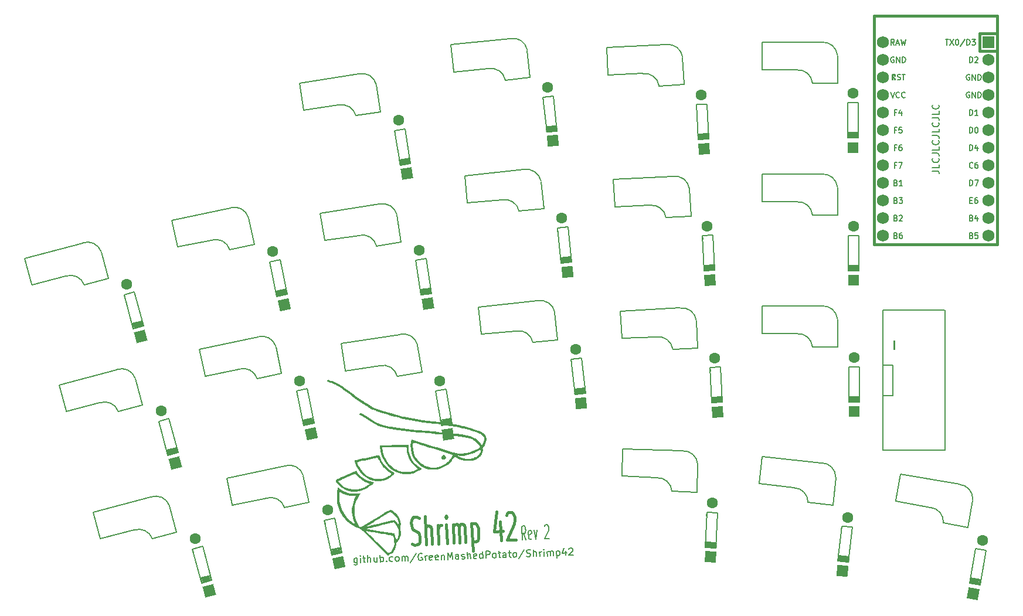
<source format=gto>
%TF.GenerationSoftware,KiCad,Pcbnew,(6.0.0-0)*%
%TF.CreationDate,2022-02-11T16:55:03+07:00*%
%TF.ProjectId,Shrimp42-mirrored-rev2,53687269-6d70-4343-922d-6d6972726f72,rev?*%
%TF.SameCoordinates,Original*%
%TF.FileFunction,Legend,Top*%
%TF.FilePolarity,Positive*%
%FSLAX46Y46*%
G04 Gerber Fmt 4.6, Leading zero omitted, Abs format (unit mm)*
G04 Created by KiCad (PCBNEW (6.0.0-0)) date 2022-02-11 16:55:03*
%MOMM*%
%LPD*%
G01*
G04 APERTURE LIST*
G04 Aperture macros list*
%AMRotRect*
0 Rectangle, with rotation*
0 The origin of the aperture is its center*
0 $1 length*
0 $2 width*
0 $3 Rotation angle, in degrees counterclockwise*
0 Add horizontal line*
21,1,$1,$2,0,0,$3*%
G04 Aperture macros list end*
%ADD10C,0.200000*%
%ADD11C,0.400000*%
%ADD12C,0.150000*%
%ADD13C,0.203200*%
%ADD14C,0.381000*%
%ADD15RotRect,1.600000X1.600000X285.000000*%
%ADD16C,1.600000*%
%ADD17RotRect,1.600000X1.600000X282.000000*%
%ADD18RotRect,1.600000X1.600000X279.000000*%
%ADD19RotRect,1.600000X1.600000X276.000000*%
%ADD20RotRect,1.600000X1.600000X273.000000*%
%ADD21R,1.600000X1.600000*%
%ADD22RotRect,1.600000X1.600000X268.000000*%
%ADD23RotRect,1.600000X1.600000X264.000000*%
%ADD24RotRect,1.600000X1.600000X260.000000*%
%ADD25R,1.752600X1.752600*%
%ADD26C,1.752600*%
G04 APERTURE END LIST*
D10*
X91910068Y-91906549D02*
X91527348Y-90972918D01*
X91339423Y-91936455D02*
X91234751Y-89939196D01*
X91615181Y-89919259D01*
X91715273Y-90009382D01*
X91767811Y-90101997D01*
X91825334Y-90289720D01*
X91840287Y-90575043D01*
X91802702Y-90767750D01*
X91760132Y-90865350D01*
X91670009Y-90965442D01*
X91289579Y-90985379D01*
X92713498Y-91769074D02*
X92623375Y-91869166D01*
X92433160Y-91879135D01*
X92333068Y-91789012D01*
X92275545Y-91601289D01*
X92235670Y-90840428D01*
X92273255Y-90647721D01*
X92363379Y-90547629D01*
X92553594Y-90537660D01*
X92653686Y-90627783D01*
X92711208Y-90815506D01*
X92721177Y-91005721D01*
X92255608Y-91220858D01*
X93029132Y-90512738D02*
X93336682Y-91831783D01*
X93504669Y-90487816D01*
X94573485Y-89954958D02*
X94616054Y-89857358D01*
X94706177Y-89757266D01*
X94943946Y-89744805D01*
X95044038Y-89834929D01*
X95096576Y-89927544D01*
X95154099Y-90115267D01*
X95164068Y-90305482D01*
X95131467Y-90593297D01*
X94620634Y-91764494D01*
X95238833Y-91732096D01*
D11*
X75473589Y-92482902D02*
X75768881Y-92658164D01*
X76244419Y-92633242D01*
X76424665Y-92433058D01*
X76509804Y-92237859D01*
X76584974Y-91852444D01*
X76565036Y-91472014D01*
X76449991Y-91096568D01*
X76344915Y-90911337D01*
X76144731Y-90731090D01*
X75754332Y-90560813D01*
X75554148Y-90380566D01*
X75449072Y-90195336D01*
X75334027Y-89819890D01*
X75314089Y-89439459D01*
X75389259Y-89054045D01*
X75474398Y-88858845D01*
X75654645Y-88658661D01*
X76130182Y-88633739D01*
X76425474Y-88809001D01*
X77480817Y-92568445D02*
X77271473Y-88573927D01*
X78336785Y-92523586D02*
X78227129Y-90431219D01*
X78112084Y-90055773D01*
X77911900Y-89875527D01*
X77626577Y-89890480D01*
X77446331Y-90090664D01*
X77361192Y-90285863D01*
X79287861Y-92473742D02*
X79148298Y-89810730D01*
X79188173Y-90571590D02*
X79263344Y-90186176D01*
X79348482Y-89990976D01*
X79528729Y-89790792D01*
X79718944Y-89780824D01*
X80524260Y-92408945D02*
X80384697Y-89745933D01*
X80314916Y-88414427D02*
X80229777Y-88609626D01*
X80334853Y-88794857D01*
X80419992Y-88599658D01*
X80314916Y-88414427D01*
X80334853Y-88794857D01*
X81475335Y-92359101D02*
X81335773Y-89696089D01*
X81355710Y-90076519D02*
X81440849Y-89881320D01*
X81621095Y-89681136D01*
X81906418Y-89666183D01*
X82106602Y-89846429D01*
X82221647Y-90221875D01*
X82331303Y-92314242D01*
X82221647Y-90221875D02*
X82296817Y-89836461D01*
X82477064Y-89636277D01*
X82762386Y-89621324D01*
X82962570Y-89801570D01*
X83077615Y-90177016D01*
X83187272Y-92269382D01*
X83998785Y-89556527D02*
X84208129Y-93551045D01*
X84008754Y-89746742D02*
X84189000Y-89546558D01*
X84569430Y-89526620D01*
X84769614Y-89706867D01*
X84874690Y-89892098D01*
X84989736Y-90267543D01*
X85049548Y-91408834D01*
X84974378Y-91794249D01*
X84889239Y-91989449D01*
X84708993Y-92189632D01*
X84328562Y-92209570D01*
X84128379Y-92029324D01*
X88183518Y-89337214D02*
X88323081Y-92000226D01*
X87628230Y-87840415D02*
X87302224Y-90718564D01*
X88538622Y-90653767D01*
X89084750Y-88336295D02*
X89169889Y-88141095D01*
X89350135Y-87940911D01*
X89825673Y-87915989D01*
X90025857Y-88096236D01*
X90130933Y-88281466D01*
X90245978Y-88656912D01*
X90265916Y-89037343D01*
X90200715Y-89612972D01*
X89179049Y-91955367D01*
X90415447Y-91890570D01*
D12*
X67491968Y-94549226D02*
X67520220Y-95358257D01*
X67475954Y-95455099D01*
X67430026Y-95504350D01*
X67336508Y-95555264D01*
X67193738Y-95560250D01*
X67096896Y-95515984D01*
X67513573Y-95167896D02*
X67420055Y-95218810D01*
X67229694Y-95225458D01*
X67132852Y-95181191D01*
X67083601Y-95135263D01*
X67032687Y-95041745D01*
X67022715Y-94756205D01*
X67066982Y-94659363D01*
X67112910Y-94610111D01*
X67206428Y-94559197D01*
X67396788Y-94552550D01*
X67493630Y-94596816D01*
X67991135Y-95198868D02*
X67967869Y-94532607D01*
X67956236Y-94199477D02*
X67910307Y-94248729D01*
X67959559Y-94294657D01*
X68005487Y-94245405D01*
X67956236Y-94199477D01*
X67959559Y-94294657D01*
X68300999Y-94520974D02*
X68681719Y-94507679D01*
X68432136Y-94182858D02*
X68462050Y-95039479D01*
X68512964Y-95132997D01*
X68609806Y-95177263D01*
X68704986Y-95173939D01*
X69038116Y-95162306D02*
X69003216Y-94162915D01*
X69466426Y-95147349D02*
X69448146Y-94623859D01*
X69397232Y-94530341D01*
X69300390Y-94486074D01*
X69157620Y-94491060D01*
X69064102Y-94541974D01*
X69018173Y-94591226D01*
X70347371Y-94449513D02*
X70370637Y-95115774D01*
X69919060Y-94464470D02*
X69937341Y-94987960D01*
X69988255Y-95081479D01*
X70085097Y-95125745D01*
X70227867Y-95120759D01*
X70321385Y-95069845D01*
X70367313Y-95020594D01*
X70846537Y-95099155D02*
X70811638Y-94099764D01*
X70824933Y-94480484D02*
X70918451Y-94429570D01*
X71108811Y-94422923D01*
X71205653Y-94467189D01*
X71254905Y-94513117D01*
X71305819Y-94606636D01*
X71315790Y-94892176D01*
X71271524Y-94989018D01*
X71225596Y-95038270D01*
X71132078Y-95089183D01*
X70941718Y-95095831D01*
X70844876Y-95051565D01*
X71747424Y-94972399D02*
X71796676Y-95018327D01*
X71750748Y-95067579D01*
X71701496Y-95021651D01*
X71747424Y-94972399D01*
X71750748Y-95067579D01*
X72653297Y-94988413D02*
X72559779Y-95039327D01*
X72369419Y-95045975D01*
X72272577Y-95001708D01*
X72223325Y-94955780D01*
X72172411Y-94862262D01*
X72162440Y-94576722D01*
X72206706Y-94479880D01*
X72252634Y-94430628D01*
X72346152Y-94379714D01*
X72536513Y-94373067D01*
X72633354Y-94417333D01*
X73226039Y-95016061D02*
X73129197Y-94971794D01*
X73079946Y-94925866D01*
X73029032Y-94832348D01*
X73019060Y-94546808D01*
X73063327Y-94449966D01*
X73109255Y-94400714D01*
X73202773Y-94349800D01*
X73345543Y-94344815D01*
X73442385Y-94389081D01*
X73491637Y-94435009D01*
X73542551Y-94528527D01*
X73552522Y-94814067D01*
X73508256Y-94910909D01*
X73462328Y-94960161D01*
X73368810Y-95011075D01*
X73226039Y-95016061D01*
X73987480Y-94989471D02*
X73964214Y-94323210D01*
X73967537Y-94418390D02*
X74013466Y-94369138D01*
X74106984Y-94318224D01*
X74249754Y-94313239D01*
X74346596Y-94357505D01*
X74397510Y-94451023D01*
X74415790Y-94974514D01*
X74397510Y-94451023D02*
X74441776Y-94354181D01*
X74535294Y-94303268D01*
X74678064Y-94298282D01*
X74774906Y-94342548D01*
X74825820Y-94436066D01*
X74844101Y-94959557D01*
X75997290Y-93871029D02*
X75185540Y-95185874D01*
X76857235Y-93936295D02*
X76760393Y-93892029D01*
X76617623Y-93897014D01*
X76476514Y-93949590D01*
X76384658Y-94048094D01*
X76340392Y-94144936D01*
X76299449Y-94336958D01*
X76304435Y-94479728D01*
X76358673Y-94668426D01*
X76409586Y-94761945D01*
X76508090Y-94853801D01*
X76652522Y-94896405D01*
X76747702Y-94893082D01*
X76888811Y-94840506D01*
X76934739Y-94791254D01*
X76923106Y-94458124D01*
X76732745Y-94464771D01*
X77366373Y-94871477D02*
X77343106Y-94205217D01*
X77349754Y-94395577D02*
X77394020Y-94298735D01*
X77439948Y-94249483D01*
X77533467Y-94198569D01*
X77628647Y-94195245D01*
X78364102Y-94788988D02*
X78270584Y-94839901D01*
X78080223Y-94846549D01*
X77983381Y-94802283D01*
X77932468Y-94708764D01*
X77919173Y-94328044D01*
X77963439Y-94231202D01*
X78056957Y-94180288D01*
X78247317Y-94173641D01*
X78344159Y-94217907D01*
X78395073Y-94311425D01*
X78398397Y-94406605D01*
X77925820Y-94518404D01*
X79220722Y-94759074D02*
X79127204Y-94809988D01*
X78936844Y-94816635D01*
X78840002Y-94772369D01*
X78789088Y-94678851D01*
X78775793Y-94298130D01*
X78820060Y-94201288D01*
X78913578Y-94150374D01*
X79103938Y-94143727D01*
X79200780Y-94187993D01*
X79251694Y-94281511D01*
X79255017Y-94376692D01*
X78782441Y-94488490D01*
X79675018Y-94123784D02*
X79698285Y-94790045D01*
X79678342Y-94218964D02*
X79724270Y-94169713D01*
X79817789Y-94118799D01*
X79960559Y-94113813D01*
X80057401Y-94158079D01*
X80108314Y-94251598D01*
X80126595Y-94775088D01*
X80602495Y-94758469D02*
X80567596Y-93759078D01*
X80925654Y-94461296D01*
X81233857Y-93735812D01*
X81268756Y-94735203D01*
X82172967Y-94703627D02*
X82154686Y-94180137D01*
X82103772Y-94086619D01*
X82006930Y-94042352D01*
X81816570Y-94049000D01*
X81723052Y-94099914D01*
X82171305Y-94656037D02*
X82077787Y-94706951D01*
X81839837Y-94715260D01*
X81742995Y-94670994D01*
X81692081Y-94577476D01*
X81688757Y-94482296D01*
X81733023Y-94385454D01*
X81826541Y-94334540D01*
X82064492Y-94326231D01*
X82158010Y-94275317D01*
X82599615Y-94641080D02*
X82696457Y-94685346D01*
X82886817Y-94678699D01*
X82980336Y-94627785D01*
X83024602Y-94530943D01*
X83022940Y-94483353D01*
X82972026Y-94389835D01*
X82875184Y-94345569D01*
X82732414Y-94350554D01*
X82635572Y-94306288D01*
X82584658Y-94212770D01*
X82582996Y-94165180D01*
X82627263Y-94068338D01*
X82720781Y-94017424D01*
X82863551Y-94012438D01*
X82960393Y-94056705D01*
X83457898Y-94658756D02*
X83422998Y-93659366D01*
X83886208Y-94643799D02*
X83867928Y-94120309D01*
X83817014Y-94026791D01*
X83720172Y-93982525D01*
X83577402Y-93987510D01*
X83483883Y-94038424D01*
X83437955Y-94087676D01*
X84741167Y-94566296D02*
X84647649Y-94617209D01*
X84457289Y-94623857D01*
X84360447Y-94579591D01*
X84309533Y-94486072D01*
X84296238Y-94105352D01*
X84340504Y-94008510D01*
X84434022Y-93957596D01*
X84624383Y-93950949D01*
X84721224Y-93995215D01*
X84772138Y-94088733D01*
X84775462Y-94183913D01*
X84302885Y-94295712D01*
X85647040Y-94582310D02*
X85612140Y-93582919D01*
X85645378Y-94534720D02*
X85551860Y-94585634D01*
X85361499Y-94592281D01*
X85264657Y-94548015D01*
X85215406Y-94502087D01*
X85164492Y-94408568D01*
X85154520Y-94123028D01*
X85198787Y-94026186D01*
X85244715Y-93976934D01*
X85338233Y-93926021D01*
X85528593Y-93919373D01*
X85625435Y-93963639D01*
X86122940Y-94565691D02*
X86088041Y-93566300D01*
X86468761Y-93553005D01*
X86565603Y-93597271D01*
X86614855Y-93643200D01*
X86665769Y-93736718D01*
X86670754Y-93879488D01*
X86626488Y-93976330D01*
X86580560Y-94025582D01*
X86487042Y-94076496D01*
X86106321Y-94089791D01*
X87265101Y-94525806D02*
X87168259Y-94481540D01*
X87119007Y-94435611D01*
X87068093Y-94342093D01*
X87058122Y-94056553D01*
X87102388Y-93959711D01*
X87148316Y-93910459D01*
X87241835Y-93859545D01*
X87384605Y-93854560D01*
X87481447Y-93898826D01*
X87530699Y-93944754D01*
X87581612Y-94038272D01*
X87591584Y-94323813D01*
X87547317Y-94420655D01*
X87501389Y-94469906D01*
X87407871Y-94520820D01*
X87265101Y-94525806D01*
X87860505Y-93837941D02*
X88241226Y-93824646D01*
X87991642Y-93499825D02*
X88021556Y-94356446D01*
X88072470Y-94449964D01*
X88169312Y-94494230D01*
X88264492Y-94490906D01*
X89025932Y-94464316D02*
X89007652Y-93940826D01*
X88956738Y-93847308D01*
X88859896Y-93803041D01*
X88669536Y-93809689D01*
X88576018Y-93860603D01*
X89024271Y-94416726D02*
X88930752Y-94467640D01*
X88692802Y-94475949D01*
X88595960Y-94431683D01*
X88545046Y-94338165D01*
X88541723Y-94242985D01*
X88585989Y-94146143D01*
X88679507Y-94095229D01*
X88917457Y-94086920D01*
X89010976Y-94036006D01*
X89335796Y-93786423D02*
X89716517Y-93773128D01*
X89466933Y-93448307D02*
X89496847Y-94304927D01*
X89547761Y-94398446D01*
X89644603Y-94442712D01*
X89739783Y-94439388D01*
X90215683Y-94422769D02*
X90118841Y-94378503D01*
X90069590Y-94332575D01*
X90018676Y-94239057D01*
X90008704Y-93953516D01*
X90052971Y-93856674D01*
X90098899Y-93807423D01*
X90192417Y-93756509D01*
X90335187Y-93751523D01*
X90432029Y-93795789D01*
X90481281Y-93841718D01*
X90532195Y-93935236D01*
X90542166Y-94220776D01*
X90497900Y-94317618D01*
X90451972Y-94366870D01*
X90358454Y-94417784D01*
X90215683Y-94422769D01*
X91654413Y-93324270D02*
X90842663Y-94639115D01*
X91974853Y-94313690D02*
X92119285Y-94356294D01*
X92357235Y-94347985D01*
X92450753Y-94297071D01*
X92496682Y-94247819D01*
X92540948Y-94150977D01*
X92537624Y-94055797D01*
X92486710Y-93962279D01*
X92437458Y-93916351D01*
X92340616Y-93872084D01*
X92148594Y-93831142D01*
X92051752Y-93786875D01*
X92002500Y-93740947D01*
X91951587Y-93647429D01*
X91948263Y-93552249D01*
X91992529Y-93455407D01*
X92038457Y-93406155D01*
X92131976Y-93355241D01*
X92369926Y-93346932D01*
X92514358Y-93389536D01*
X92975906Y-94326380D02*
X92941006Y-93326989D01*
X93404216Y-94311423D02*
X93385935Y-93787933D01*
X93335022Y-93694415D01*
X93238180Y-93650148D01*
X93095410Y-93655134D01*
X93001891Y-93706048D01*
X92955963Y-93755300D01*
X93880116Y-94294804D02*
X93856850Y-93628544D01*
X93863498Y-93818904D02*
X93907764Y-93722062D01*
X93953692Y-93672810D01*
X94047210Y-93621896D01*
X94142390Y-93618573D01*
X94498787Y-94273200D02*
X94475521Y-93606939D01*
X94463887Y-93273809D02*
X94417959Y-93323061D01*
X94467211Y-93368989D01*
X94513139Y-93319737D01*
X94463887Y-93273809D01*
X94467211Y-93368989D01*
X94974687Y-94256581D02*
X94951421Y-93590321D01*
X94954745Y-93685501D02*
X95000673Y-93636249D01*
X95094191Y-93585335D01*
X95236961Y-93580349D01*
X95333803Y-93624616D01*
X95384717Y-93718134D01*
X95402998Y-94241624D01*
X95384717Y-93718134D02*
X95428983Y-93621292D01*
X95522502Y-93570378D01*
X95665272Y-93565392D01*
X95762114Y-93609659D01*
X95813027Y-93703177D01*
X95831308Y-94226667D01*
X96283942Y-93543788D02*
X96318842Y-94543179D01*
X96285604Y-93591378D02*
X96379122Y-93540464D01*
X96569482Y-93533817D01*
X96666324Y-93578083D01*
X96715576Y-93624011D01*
X96766490Y-93717529D01*
X96776461Y-94003070D01*
X96732195Y-94099912D01*
X96686267Y-94149163D01*
X96592749Y-94200077D01*
X96402389Y-94206725D01*
X96305547Y-94162459D01*
X97616463Y-93497255D02*
X97639730Y-94163516D01*
X97365218Y-93124844D02*
X97152196Y-93847004D01*
X97770867Y-93825400D01*
X98084054Y-93242686D02*
X98129982Y-93193434D01*
X98223501Y-93142521D01*
X98461451Y-93134211D01*
X98558293Y-93178477D01*
X98607545Y-93224406D01*
X98658458Y-93317924D01*
X98661782Y-93413104D01*
X98619178Y-93557536D01*
X98068040Y-94148559D01*
X98686710Y-94126955D01*
%TO.C,U1*%
X150543233Y-38648944D02*
X151257519Y-38648944D01*
X151400376Y-38696563D01*
X151495614Y-38791801D01*
X151543233Y-38934658D01*
X151543233Y-39029897D01*
X151543233Y-37696563D02*
X151543233Y-38172754D01*
X150543233Y-38172754D01*
X151447995Y-36791801D02*
X151495614Y-36839420D01*
X151543233Y-36982277D01*
X151543233Y-37077516D01*
X151495614Y-37220373D01*
X151400376Y-37315611D01*
X151305138Y-37363230D01*
X151114662Y-37410849D01*
X150971805Y-37410849D01*
X150781329Y-37363230D01*
X150686091Y-37315611D01*
X150590853Y-37220373D01*
X150543233Y-37077516D01*
X150543233Y-36982277D01*
X150590853Y-36839420D01*
X150638472Y-36791801D01*
X150543233Y-36077516D02*
X151257519Y-36077516D01*
X151400376Y-36125135D01*
X151495614Y-36220373D01*
X151543233Y-36363230D01*
X151543233Y-36458468D01*
X151543233Y-35125135D02*
X151543233Y-35601325D01*
X150543233Y-35601325D01*
X151447995Y-34220373D02*
X151495614Y-34267992D01*
X151543233Y-34410849D01*
X151543233Y-34506087D01*
X151495614Y-34648944D01*
X151400376Y-34744182D01*
X151305138Y-34791801D01*
X151114662Y-34839420D01*
X150971805Y-34839420D01*
X150781329Y-34791801D01*
X150686091Y-34744182D01*
X150590853Y-34648944D01*
X150543233Y-34506087D01*
X150543233Y-34410849D01*
X150590853Y-34267992D01*
X150638472Y-34220373D01*
X150543233Y-33506087D02*
X151257519Y-33506087D01*
X151400376Y-33553706D01*
X151495614Y-33648944D01*
X151543233Y-33791801D01*
X151543233Y-33887039D01*
X151543233Y-32553706D02*
X151543233Y-33029897D01*
X150543233Y-33029897D01*
X151447995Y-31648944D02*
X151495614Y-31696563D01*
X151543233Y-31839420D01*
X151543233Y-31934658D01*
X151495614Y-32077516D01*
X151400376Y-32172754D01*
X151305138Y-32220373D01*
X151114662Y-32267992D01*
X150971805Y-32267992D01*
X150781329Y-32220373D01*
X150686091Y-32172754D01*
X150590853Y-32077516D01*
X150543233Y-31934658D01*
X150543233Y-31839420D01*
X150590853Y-31696563D01*
X150638472Y-31648944D01*
X150543233Y-30934658D02*
X151257519Y-30934658D01*
X151400376Y-30982277D01*
X151495614Y-31077516D01*
X151543233Y-31220373D01*
X151543233Y-31315611D01*
X151543233Y-29982277D02*
X151543233Y-30458468D01*
X150543233Y-30458468D01*
X151447995Y-29077516D02*
X151495614Y-29125135D01*
X151543233Y-29267992D01*
X151543233Y-29363230D01*
X151495614Y-29506087D01*
X151400376Y-29601325D01*
X151305138Y-29648944D01*
X151114662Y-29696563D01*
X150971805Y-29696563D01*
X150781329Y-29648944D01*
X150686091Y-29601325D01*
X150590853Y-29506087D01*
X150543233Y-29363230D01*
X150543233Y-29267992D01*
X150590853Y-29125135D01*
X150638472Y-29077516D01*
X145020329Y-22199897D02*
X144944138Y-22161801D01*
X144829853Y-22161801D01*
X144715567Y-22199897D01*
X144639376Y-22276087D01*
X144601281Y-22352277D01*
X144563186Y-22504658D01*
X144563186Y-22618944D01*
X144601281Y-22771325D01*
X144639376Y-22847516D01*
X144715567Y-22923706D01*
X144829853Y-22961801D01*
X144906043Y-22961801D01*
X145020329Y-22923706D01*
X145058424Y-22885611D01*
X145058424Y-22618944D01*
X144906043Y-22618944D01*
X145401281Y-22961801D02*
X145401281Y-22161801D01*
X145858424Y-22961801D01*
X145858424Y-22161801D01*
X146239376Y-22961801D02*
X146239376Y-22161801D01*
X146429853Y-22161801D01*
X146544138Y-22199897D01*
X146620329Y-22276087D01*
X146658424Y-22352277D01*
X146696519Y-22504658D01*
X146696519Y-22618944D01*
X146658424Y-22771325D01*
X146620329Y-22847516D01*
X146544138Y-22923706D01*
X146429853Y-22961801D01*
X146239376Y-22961801D01*
X156228043Y-45402754D02*
X156342329Y-45440849D01*
X156380424Y-45478944D01*
X156418519Y-45555135D01*
X156418519Y-45669420D01*
X156380424Y-45745611D01*
X156342329Y-45783706D01*
X156266138Y-45821801D01*
X155961376Y-45821801D01*
X155961376Y-45021801D01*
X156228043Y-45021801D01*
X156304233Y-45059897D01*
X156342329Y-45097992D01*
X156380424Y-45174182D01*
X156380424Y-45250373D01*
X156342329Y-45326563D01*
X156304233Y-45364658D01*
X156228043Y-45402754D01*
X155961376Y-45402754D01*
X157104233Y-45288468D02*
X157104233Y-45821801D01*
X156913757Y-44983706D02*
X156723281Y-45555135D01*
X157218519Y-45555135D01*
X145306043Y-40322754D02*
X145420329Y-40360849D01*
X145458424Y-40398944D01*
X145496519Y-40475135D01*
X145496519Y-40589420D01*
X145458424Y-40665611D01*
X145420329Y-40703706D01*
X145344138Y-40741801D01*
X145039376Y-40741801D01*
X145039376Y-39941801D01*
X145306043Y-39941801D01*
X145382233Y-39979897D01*
X145420329Y-40017992D01*
X145458424Y-40094182D01*
X145458424Y-40170373D01*
X145420329Y-40246563D01*
X145382233Y-40284658D01*
X145306043Y-40322754D01*
X145039376Y-40322754D01*
X146258424Y-40741801D02*
X145801281Y-40741801D01*
X146029853Y-40741801D02*
X146029853Y-39941801D01*
X145953662Y-40056087D01*
X145877472Y-40132277D01*
X145801281Y-40170373D01*
X155942329Y-24739897D02*
X155866138Y-24701801D01*
X155751853Y-24701801D01*
X155637567Y-24739897D01*
X155561376Y-24816087D01*
X155523281Y-24892277D01*
X155485186Y-25044658D01*
X155485186Y-25158944D01*
X155523281Y-25311325D01*
X155561376Y-25387516D01*
X155637567Y-25463706D01*
X155751853Y-25501801D01*
X155828043Y-25501801D01*
X155942329Y-25463706D01*
X155980424Y-25425611D01*
X155980424Y-25158944D01*
X155828043Y-25158944D01*
X156323281Y-25501801D02*
X156323281Y-24701801D01*
X156780424Y-25501801D01*
X156780424Y-24701801D01*
X157161376Y-25501801D02*
X157161376Y-24701801D01*
X157351853Y-24701801D01*
X157466138Y-24739897D01*
X157542329Y-24816087D01*
X157580424Y-24892277D01*
X157618519Y-25044658D01*
X157618519Y-25158944D01*
X157580424Y-25311325D01*
X157542329Y-25387516D01*
X157466138Y-25463706D01*
X157351853Y-25501801D01*
X157161376Y-25501801D01*
X155961376Y-30581801D02*
X155961376Y-29781801D01*
X156151853Y-29781801D01*
X156266138Y-29819897D01*
X156342329Y-29896087D01*
X156380424Y-29972277D01*
X156418519Y-30124658D01*
X156418519Y-30238944D01*
X156380424Y-30391325D01*
X156342329Y-30467516D01*
X156266138Y-30543706D01*
X156151853Y-30581801D01*
X155961376Y-30581801D01*
X157180424Y-30581801D02*
X156723281Y-30581801D01*
X156951853Y-30581801D02*
X156951853Y-29781801D01*
X156875662Y-29896087D01*
X156799472Y-29972277D01*
X156723281Y-30010373D01*
X152472248Y-19621801D02*
X152929391Y-19621801D01*
X152700820Y-20421801D02*
X152700820Y-19621801D01*
X153119867Y-19621801D02*
X153653201Y-20421801D01*
X153653201Y-19621801D02*
X153119867Y-20421801D01*
X154110344Y-19621801D02*
X154186534Y-19621801D01*
X154262725Y-19659897D01*
X154300820Y-19697992D01*
X154338915Y-19774182D01*
X154377010Y-19926563D01*
X154377010Y-20117039D01*
X154338915Y-20269420D01*
X154300820Y-20345611D01*
X154262725Y-20383706D01*
X154186534Y-20421801D01*
X154110344Y-20421801D01*
X154034153Y-20383706D01*
X153996058Y-20345611D01*
X153957963Y-20269420D01*
X153919867Y-20117039D01*
X153919867Y-19926563D01*
X153957963Y-19774182D01*
X153996058Y-19697992D01*
X154034153Y-19659897D01*
X154110344Y-19621801D01*
X155291296Y-19583706D02*
X154605582Y-20612277D01*
X155557963Y-20421801D02*
X155557963Y-19621801D01*
X155748439Y-19621801D01*
X155862725Y-19659897D01*
X155938915Y-19736087D01*
X155977010Y-19812277D01*
X156015105Y-19964658D01*
X156015105Y-20078944D01*
X155977010Y-20231325D01*
X155938915Y-20307516D01*
X155862725Y-20383706D01*
X155748439Y-20421801D01*
X155557963Y-20421801D01*
X156281772Y-19621801D02*
X156777010Y-19621801D01*
X156510344Y-19926563D01*
X156624629Y-19926563D01*
X156700820Y-19964658D01*
X156738915Y-20002754D01*
X156777010Y-20078944D01*
X156777010Y-20269420D01*
X156738915Y-20345611D01*
X156700820Y-20383706D01*
X156624629Y-20421801D01*
X156396058Y-20421801D01*
X156319867Y-20383706D01*
X156281772Y-20345611D01*
X145517519Y-25443706D02*
X145631805Y-25481801D01*
X145822281Y-25481801D01*
X145898472Y-25443706D01*
X145936567Y-25405611D01*
X145974662Y-25329420D01*
X145974662Y-25253230D01*
X145936567Y-25177039D01*
X145898472Y-25138944D01*
X145822281Y-25100849D01*
X145669900Y-25062754D01*
X145593710Y-25024658D01*
X145555614Y-24986563D01*
X145517519Y-24910373D01*
X145517519Y-24834182D01*
X145555614Y-24757992D01*
X145593710Y-24719897D01*
X145669900Y-24681801D01*
X145860376Y-24681801D01*
X145974662Y-24719897D01*
X146203233Y-24681801D02*
X146660376Y-24681801D01*
X146431805Y-25481801D02*
X146431805Y-24681801D01*
X145363186Y-37782754D02*
X145096519Y-37782754D01*
X145096519Y-38201801D02*
X145096519Y-37401801D01*
X145477472Y-37401801D01*
X145706043Y-37401801D02*
X146239376Y-37401801D01*
X145896519Y-38201801D01*
X155961376Y-40741801D02*
X155961376Y-39941801D01*
X156151853Y-39941801D01*
X156266138Y-39979897D01*
X156342329Y-40056087D01*
X156380424Y-40132277D01*
X156418519Y-40284658D01*
X156418519Y-40398944D01*
X156380424Y-40551325D01*
X156342329Y-40627516D01*
X156266138Y-40703706D01*
X156151853Y-40741801D01*
X155961376Y-40741801D01*
X156685186Y-39941801D02*
X157218519Y-39941801D01*
X156875662Y-40741801D01*
X155961376Y-22961801D02*
X155961376Y-22161801D01*
X156151853Y-22161801D01*
X156266138Y-22199897D01*
X156342329Y-22276087D01*
X156380424Y-22352277D01*
X156418519Y-22504658D01*
X156418519Y-22618944D01*
X156380424Y-22771325D01*
X156342329Y-22847516D01*
X156266138Y-22923706D01*
X156151853Y-22961801D01*
X155961376Y-22961801D01*
X156723281Y-22237992D02*
X156761376Y-22199897D01*
X156837567Y-22161801D01*
X157028043Y-22161801D01*
X157104233Y-22199897D01*
X157142329Y-22237992D01*
X157180424Y-22314182D01*
X157180424Y-22390373D01*
X157142329Y-22504658D01*
X156685186Y-22961801D01*
X157180424Y-22961801D01*
X145363186Y-30162754D02*
X145096519Y-30162754D01*
X145096519Y-30581801D02*
X145096519Y-29781801D01*
X145477472Y-29781801D01*
X146125091Y-30048468D02*
X146125091Y-30581801D01*
X145934614Y-29743706D02*
X145744138Y-30315135D01*
X146239376Y-30315135D01*
X155942329Y-27279897D02*
X155866138Y-27241801D01*
X155751853Y-27241801D01*
X155637567Y-27279897D01*
X155561376Y-27356087D01*
X155523281Y-27432277D01*
X155485186Y-27584658D01*
X155485186Y-27698944D01*
X155523281Y-27851325D01*
X155561376Y-27927516D01*
X155637567Y-28003706D01*
X155751853Y-28041801D01*
X155828043Y-28041801D01*
X155942329Y-28003706D01*
X155980424Y-27965611D01*
X155980424Y-27698944D01*
X155828043Y-27698944D01*
X156323281Y-28041801D02*
X156323281Y-27241801D01*
X156780424Y-28041801D01*
X156780424Y-27241801D01*
X157161376Y-28041801D02*
X157161376Y-27241801D01*
X157351853Y-27241801D01*
X157466138Y-27279897D01*
X157542329Y-27356087D01*
X157580424Y-27432277D01*
X157618519Y-27584658D01*
X157618519Y-27698944D01*
X157580424Y-27851325D01*
X157542329Y-27927516D01*
X157466138Y-28003706D01*
X157351853Y-28041801D01*
X157161376Y-28041801D01*
X155961376Y-33121801D02*
X155961376Y-32321801D01*
X156151853Y-32321801D01*
X156266138Y-32359897D01*
X156342329Y-32436087D01*
X156380424Y-32512277D01*
X156418519Y-32664658D01*
X156418519Y-32778944D01*
X156380424Y-32931325D01*
X156342329Y-33007516D01*
X156266138Y-33083706D01*
X156151853Y-33121801D01*
X155961376Y-33121801D01*
X156913757Y-32321801D02*
X156989948Y-32321801D01*
X157066138Y-32359897D01*
X157104233Y-32397992D01*
X157142329Y-32474182D01*
X157180424Y-32626563D01*
X157180424Y-32817039D01*
X157142329Y-32969420D01*
X157104233Y-33045611D01*
X157066138Y-33083706D01*
X156989948Y-33121801D01*
X156913757Y-33121801D01*
X156837567Y-33083706D01*
X156799472Y-33045611D01*
X156761376Y-32969420D01*
X156723281Y-32817039D01*
X156723281Y-32626563D01*
X156761376Y-32474182D01*
X156799472Y-32397992D01*
X156837567Y-32359897D01*
X156913757Y-32321801D01*
X155999472Y-42862754D02*
X156266138Y-42862754D01*
X156380424Y-43281801D02*
X155999472Y-43281801D01*
X155999472Y-42481801D01*
X156380424Y-42481801D01*
X157066138Y-42481801D02*
X156913757Y-42481801D01*
X156837567Y-42519897D01*
X156799472Y-42557992D01*
X156723281Y-42672277D01*
X156685186Y-42824658D01*
X156685186Y-43129420D01*
X156723281Y-43205611D01*
X156761376Y-43243706D01*
X156837567Y-43281801D01*
X156989948Y-43281801D01*
X157066138Y-43243706D01*
X157104233Y-43205611D01*
X157142329Y-43129420D01*
X157142329Y-42938944D01*
X157104233Y-42862754D01*
X157066138Y-42824658D01*
X156989948Y-42786563D01*
X156837567Y-42786563D01*
X156761376Y-42824658D01*
X156723281Y-42862754D01*
X156685186Y-42938944D01*
X156228043Y-47942754D02*
X156342329Y-47980849D01*
X156380424Y-48018944D01*
X156418519Y-48095135D01*
X156418519Y-48209420D01*
X156380424Y-48285611D01*
X156342329Y-48323706D01*
X156266138Y-48361801D01*
X155961376Y-48361801D01*
X155961376Y-47561801D01*
X156228043Y-47561801D01*
X156304233Y-47599897D01*
X156342329Y-47637992D01*
X156380424Y-47714182D01*
X156380424Y-47790373D01*
X156342329Y-47866563D01*
X156304233Y-47904658D01*
X156228043Y-47942754D01*
X155961376Y-47942754D01*
X157142329Y-47561801D02*
X156761376Y-47561801D01*
X156723281Y-47942754D01*
X156761376Y-47904658D01*
X156837567Y-47866563D01*
X157028043Y-47866563D01*
X157104233Y-47904658D01*
X157142329Y-47942754D01*
X157180424Y-48018944D01*
X157180424Y-48209420D01*
X157142329Y-48285611D01*
X157104233Y-48323706D01*
X157028043Y-48361801D01*
X156837567Y-48361801D01*
X156761376Y-48323706D01*
X156723281Y-48285611D01*
X145077472Y-20421801D02*
X144810805Y-20040849D01*
X144620329Y-20421801D02*
X144620329Y-19621801D01*
X144925091Y-19621801D01*
X145001281Y-19659897D01*
X145039376Y-19697992D01*
X145077472Y-19774182D01*
X145077472Y-19888468D01*
X145039376Y-19964658D01*
X145001281Y-20002754D01*
X144925091Y-20040849D01*
X144620329Y-20040849D01*
X145382233Y-20193230D02*
X145763186Y-20193230D01*
X145306043Y-20421801D02*
X145572710Y-19621801D01*
X145839376Y-20421801D01*
X146029853Y-19621801D02*
X146220329Y-20421801D01*
X146372710Y-19850373D01*
X146525091Y-20421801D01*
X146715567Y-19621801D01*
X145363186Y-32702754D02*
X145096519Y-32702754D01*
X145096519Y-33121801D02*
X145096519Y-32321801D01*
X145477472Y-32321801D01*
X146163186Y-32321801D02*
X145782233Y-32321801D01*
X145744138Y-32702754D01*
X145782233Y-32664658D01*
X145858424Y-32626563D01*
X146048900Y-32626563D01*
X146125091Y-32664658D01*
X146163186Y-32702754D01*
X146201281Y-32778944D01*
X146201281Y-32969420D01*
X146163186Y-33045611D01*
X146125091Y-33083706D01*
X146048900Y-33121801D01*
X145858424Y-33121801D01*
X145782233Y-33083706D01*
X145744138Y-33045611D01*
X145306043Y-47942754D02*
X145420329Y-47980849D01*
X145458424Y-48018944D01*
X145496519Y-48095135D01*
X145496519Y-48209420D01*
X145458424Y-48285611D01*
X145420329Y-48323706D01*
X145344138Y-48361801D01*
X145039376Y-48361801D01*
X145039376Y-47561801D01*
X145306043Y-47561801D01*
X145382233Y-47599897D01*
X145420329Y-47637992D01*
X145458424Y-47714182D01*
X145458424Y-47790373D01*
X145420329Y-47866563D01*
X145382233Y-47904658D01*
X145306043Y-47942754D01*
X145039376Y-47942754D01*
X146182233Y-47561801D02*
X146029853Y-47561801D01*
X145953662Y-47599897D01*
X145915567Y-47637992D01*
X145839376Y-47752277D01*
X145801281Y-47904658D01*
X145801281Y-48209420D01*
X145839376Y-48285611D01*
X145877472Y-48323706D01*
X145953662Y-48361801D01*
X146106043Y-48361801D01*
X146182233Y-48323706D01*
X146220329Y-48285611D01*
X146258424Y-48209420D01*
X146258424Y-48018944D01*
X146220329Y-47942754D01*
X146182233Y-47904658D01*
X146106043Y-47866563D01*
X145953662Y-47866563D01*
X145877472Y-47904658D01*
X145839376Y-47942754D01*
X145801281Y-48018944D01*
X156418519Y-38125611D02*
X156380424Y-38163706D01*
X156266138Y-38201801D01*
X156189948Y-38201801D01*
X156075662Y-38163706D01*
X155999472Y-38087516D01*
X155961376Y-38011325D01*
X155923281Y-37858944D01*
X155923281Y-37744658D01*
X155961376Y-37592277D01*
X155999472Y-37516087D01*
X156075662Y-37439897D01*
X156189948Y-37401801D01*
X156266138Y-37401801D01*
X156380424Y-37439897D01*
X156418519Y-37477992D01*
X157104233Y-37401801D02*
X156951853Y-37401801D01*
X156875662Y-37439897D01*
X156837567Y-37477992D01*
X156761376Y-37592277D01*
X156723281Y-37744658D01*
X156723281Y-38049420D01*
X156761376Y-38125611D01*
X156799472Y-38163706D01*
X156875662Y-38201801D01*
X157028043Y-38201801D01*
X157104233Y-38163706D01*
X157142329Y-38125611D01*
X157180424Y-38049420D01*
X157180424Y-37858944D01*
X157142329Y-37782754D01*
X157104233Y-37744658D01*
X157028043Y-37706563D01*
X156875662Y-37706563D01*
X156799472Y-37744658D01*
X156761376Y-37782754D01*
X156723281Y-37858944D01*
X144563186Y-27241801D02*
X144829853Y-28041801D01*
X145096519Y-27241801D01*
X145820329Y-27965611D02*
X145782233Y-28003706D01*
X145667948Y-28041801D01*
X145591757Y-28041801D01*
X145477472Y-28003706D01*
X145401281Y-27927516D01*
X145363186Y-27851325D01*
X145325091Y-27698944D01*
X145325091Y-27584658D01*
X145363186Y-27432277D01*
X145401281Y-27356087D01*
X145477472Y-27279897D01*
X145591757Y-27241801D01*
X145667948Y-27241801D01*
X145782233Y-27279897D01*
X145820329Y-27317992D01*
X146620329Y-27965611D02*
X146582233Y-28003706D01*
X146467948Y-28041801D01*
X146391757Y-28041801D01*
X146277472Y-28003706D01*
X146201281Y-27927516D01*
X146163186Y-27851325D01*
X146125091Y-27698944D01*
X146125091Y-27584658D01*
X146163186Y-27432277D01*
X146201281Y-27356087D01*
X146277472Y-27279897D01*
X146391757Y-27241801D01*
X146467948Y-27241801D01*
X146582233Y-27279897D01*
X146620329Y-27317992D01*
X145306043Y-42862754D02*
X145420329Y-42900849D01*
X145458424Y-42938944D01*
X145496519Y-43015135D01*
X145496519Y-43129420D01*
X145458424Y-43205611D01*
X145420329Y-43243706D01*
X145344138Y-43281801D01*
X145039376Y-43281801D01*
X145039376Y-42481801D01*
X145306043Y-42481801D01*
X145382233Y-42519897D01*
X145420329Y-42557992D01*
X145458424Y-42634182D01*
X145458424Y-42710373D01*
X145420329Y-42786563D01*
X145382233Y-42824658D01*
X145306043Y-42862754D01*
X145039376Y-42862754D01*
X145763186Y-42481801D02*
X146258424Y-42481801D01*
X145991757Y-42786563D01*
X146106043Y-42786563D01*
X146182233Y-42824658D01*
X146220329Y-42862754D01*
X146258424Y-42938944D01*
X146258424Y-43129420D01*
X146220329Y-43205611D01*
X146182233Y-43243706D01*
X146106043Y-43281801D01*
X145877472Y-43281801D01*
X145801281Y-43243706D01*
X145763186Y-43205611D01*
X145306043Y-45402754D02*
X145420329Y-45440849D01*
X145458424Y-45478944D01*
X145496519Y-45555135D01*
X145496519Y-45669420D01*
X145458424Y-45745611D01*
X145420329Y-45783706D01*
X145344138Y-45821801D01*
X145039376Y-45821801D01*
X145039376Y-45021801D01*
X145306043Y-45021801D01*
X145382233Y-45059897D01*
X145420329Y-45097992D01*
X145458424Y-45174182D01*
X145458424Y-45250373D01*
X145420329Y-45326563D01*
X145382233Y-45364658D01*
X145306043Y-45402754D01*
X145039376Y-45402754D01*
X145801281Y-45097992D02*
X145839376Y-45059897D01*
X145915567Y-45021801D01*
X146106043Y-45021801D01*
X146182233Y-45059897D01*
X146220329Y-45097992D01*
X146258424Y-45174182D01*
X146258424Y-45250373D01*
X146220329Y-45364658D01*
X145763186Y-45821801D01*
X146258424Y-45821801D01*
X155961376Y-35661801D02*
X155961376Y-34861801D01*
X156151853Y-34861801D01*
X156266138Y-34899897D01*
X156342329Y-34976087D01*
X156380424Y-35052277D01*
X156418519Y-35204658D01*
X156418519Y-35318944D01*
X156380424Y-35471325D01*
X156342329Y-35547516D01*
X156266138Y-35623706D01*
X156151853Y-35661801D01*
X155961376Y-35661801D01*
X157104233Y-35128468D02*
X157104233Y-35661801D01*
X156913757Y-34823706D02*
X156723281Y-35395135D01*
X157218519Y-35395135D01*
X145363186Y-35242754D02*
X145096519Y-35242754D01*
X145096519Y-35661801D02*
X145096519Y-34861801D01*
X145477472Y-34861801D01*
X146125091Y-34861801D02*
X145972710Y-34861801D01*
X145896519Y-34899897D01*
X145858424Y-34937992D01*
X145782233Y-35052277D01*
X145744138Y-35204658D01*
X145744138Y-35509420D01*
X145782233Y-35585611D01*
X145820329Y-35623706D01*
X145896519Y-35661801D01*
X146048900Y-35661801D01*
X146125091Y-35623706D01*
X146163186Y-35585611D01*
X146201281Y-35509420D01*
X146201281Y-35318944D01*
X146163186Y-35242754D01*
X146125091Y-35204658D01*
X146048900Y-35166563D01*
X145896519Y-35166563D01*
X145820329Y-35204658D01*
X145782233Y-35242754D01*
X145744138Y-35318944D01*
%TO.C,G\u002A\u002A\u002A*%
G36*
X83578410Y-80518969D02*
G01*
X83294325Y-80518679D01*
X83078136Y-80509359D01*
X82899692Y-80487386D01*
X82728838Y-80449134D01*
X82535419Y-80390975D01*
X82520976Y-80386278D01*
X82148909Y-80239270D01*
X81841785Y-80066549D01*
X81841411Y-80066293D01*
X81700087Y-79970037D01*
X81596237Y-79900281D01*
X81552319Y-79872112D01*
X81542190Y-79882421D01*
X81514332Y-79951322D01*
X81510281Y-79963001D01*
X81442107Y-80090602D01*
X81322564Y-80264139D01*
X81169162Y-80461922D01*
X80999409Y-80662261D01*
X80830812Y-80843466D01*
X80680880Y-80983846D01*
X80579020Y-81065784D01*
X80110320Y-81371606D01*
X79602614Y-81599395D01*
X79071921Y-81744459D01*
X78534259Y-81802103D01*
X78005649Y-81767635D01*
X77890859Y-81746227D01*
X77517998Y-81642004D01*
X77135690Y-81490902D01*
X76790239Y-81310343D01*
X76509647Y-81114355D01*
X76131444Y-80756040D01*
X75810793Y-80334107D01*
X75553981Y-79863329D01*
X75367295Y-79358475D01*
X75257022Y-78834320D01*
X75229977Y-78315770D01*
X75541098Y-78315770D01*
X75575604Y-78866005D01*
X75698061Y-79393661D01*
X75902423Y-79886920D01*
X76182644Y-80333967D01*
X76532678Y-80722986D01*
X76946476Y-81042159D01*
X77288688Y-81223875D01*
X77698161Y-81376035D01*
X78115457Y-81472977D01*
X78504523Y-81504011D01*
X78726820Y-81490828D01*
X79218552Y-81398930D01*
X79703852Y-81229250D01*
X80155124Y-80992661D01*
X80544771Y-80700041D01*
X80611819Y-80636574D01*
X80785663Y-80450895D01*
X80953500Y-80245986D01*
X81098888Y-80044065D01*
X81205390Y-79867348D01*
X81237225Y-79786918D01*
X81999662Y-79786918D01*
X82033512Y-79822842D01*
X82066731Y-79843621D01*
X82192205Y-79904655D01*
X82372107Y-79980546D01*
X82579376Y-80059558D01*
X82660368Y-80088610D01*
X82844483Y-80149819D01*
X82998331Y-80187579D01*
X83154450Y-80206575D01*
X83345380Y-80211492D01*
X83603659Y-80207013D01*
X83854633Y-80197933D01*
X84054210Y-80180442D01*
X84212556Y-80148840D01*
X84360016Y-80096936D01*
X84526942Y-80018532D01*
X84640874Y-79958078D01*
X84957511Y-79740688D01*
X85179346Y-79497012D01*
X85308134Y-79225267D01*
X85313586Y-79206107D01*
X85350763Y-79024856D01*
X85336356Y-78928373D01*
X85269462Y-78915293D01*
X85149183Y-78984248D01*
X85148973Y-78984403D01*
X85041457Y-79051532D01*
X84866782Y-79146662D01*
X84649066Y-79257151D01*
X84412425Y-79370361D01*
X84108008Y-79498311D01*
X83514699Y-79678129D01*
X82917232Y-79772391D01*
X82335576Y-79777186D01*
X82306063Y-79775072D01*
X82123176Y-79764961D01*
X82025297Y-79768268D01*
X81999662Y-79786918D01*
X81237225Y-79786918D01*
X81256567Y-79738053D01*
X81280919Y-79605466D01*
X78466370Y-78731478D01*
X78002618Y-78588046D01*
X77517558Y-78439312D01*
X77068315Y-78302896D01*
X76663404Y-78181316D01*
X76311336Y-78077091D01*
X76020627Y-77992738D01*
X75799787Y-77930776D01*
X75657332Y-77893724D01*
X75601775Y-77884101D01*
X75596550Y-77888909D01*
X75572056Y-77965308D01*
X75552439Y-78109992D01*
X75541549Y-78296603D01*
X75541098Y-78315770D01*
X75229977Y-78315770D01*
X75229448Y-78305635D01*
X75290859Y-77787192D01*
X75361259Y-77455794D01*
X78577849Y-78439205D01*
X78992532Y-78565949D01*
X79570842Y-78742449D01*
X80066246Y-78893093D01*
X80486497Y-79020020D01*
X80839349Y-79125369D01*
X81132555Y-79211281D01*
X81373869Y-79279893D01*
X81571047Y-79333345D01*
X81731839Y-79373776D01*
X81864001Y-79403327D01*
X81975287Y-79424135D01*
X82073449Y-79438341D01*
X82166242Y-79448083D01*
X82261419Y-79455501D01*
X82536708Y-79467135D01*
X83133241Y-79431876D01*
X83702877Y-79307907D01*
X84265017Y-79091704D01*
X84467478Y-78994378D01*
X84700199Y-78875935D01*
X84898390Y-78768227D01*
X85033646Y-78686239D01*
X85253413Y-78536808D01*
X85143400Y-78321232D01*
X85130455Y-78296732D01*
X84953282Y-78046890D01*
X84704864Y-77800248D01*
X84409464Y-77578017D01*
X84091341Y-77401409D01*
X83865419Y-77309529D01*
X83424652Y-77174279D01*
X82920199Y-77064215D01*
X82373679Y-76983731D01*
X81806713Y-76937217D01*
X81622880Y-76925531D01*
X81316361Y-76900002D01*
X80951042Y-76864762D01*
X80549516Y-76822131D01*
X80134384Y-76774427D01*
X79728242Y-76723967D01*
X79507237Y-76696119D01*
X79031289Y-76640207D01*
X78524711Y-76585178D01*
X78019908Y-76534361D01*
X77549284Y-76491084D01*
X77145243Y-76458674D01*
X77096051Y-76455122D01*
X76329468Y-76395169D01*
X75576781Y-76327989D01*
X74848749Y-76254923D01*
X74156124Y-76177308D01*
X73509664Y-76096487D01*
X72920120Y-76013798D01*
X72398251Y-75930581D01*
X71954811Y-75848176D01*
X71600555Y-75767924D01*
X71333606Y-75694499D01*
X70643861Y-75459742D01*
X69994456Y-75173665D01*
X69404267Y-74845220D01*
X68892164Y-74483358D01*
X68636918Y-74299060D01*
X68214228Y-74081902D01*
X68041702Y-74007425D01*
X67871236Y-73904246D01*
X67798102Y-73807262D01*
X67820924Y-73715185D01*
X67844080Y-73692389D01*
X67941546Y-73651148D01*
X67944594Y-73650979D01*
X68064942Y-73673851D01*
X68243513Y-73741696D01*
X68457288Y-73842824D01*
X68683247Y-73965547D01*
X68898368Y-74098176D01*
X69079632Y-74229023D01*
X69081536Y-74230553D01*
X69561834Y-74570048D01*
X70115550Y-74881390D01*
X70717628Y-75153262D01*
X71343014Y-75374344D01*
X71966653Y-75533316D01*
X72039754Y-75547775D01*
X72452614Y-75621026D01*
X72945291Y-75697103D01*
X73501138Y-75774067D01*
X74103509Y-75849982D01*
X74735759Y-75922908D01*
X75381241Y-75990910D01*
X76023311Y-76052051D01*
X76645321Y-76104391D01*
X77230626Y-76145994D01*
X77491105Y-76165505D01*
X77849362Y-76197759D01*
X78261048Y-76238993D01*
X78702328Y-76286713D01*
X79149369Y-76338425D01*
X79578335Y-76391633D01*
X79992217Y-76443106D01*
X80418155Y-76492611D01*
X80830864Y-76537412D01*
X81208885Y-76575267D01*
X81530761Y-76603934D01*
X81775033Y-76621170D01*
X81919806Y-76629788D01*
X82642964Y-76699183D01*
X83279477Y-76809039D01*
X83834219Y-76961293D01*
X84312065Y-77157877D01*
X84717888Y-77400727D01*
X85056566Y-77691776D01*
X85332972Y-78032961D01*
X85399037Y-78127266D01*
X85471582Y-78219582D01*
X85507834Y-78250168D01*
X85515302Y-78245168D01*
X85617523Y-78132135D01*
X85716559Y-77954072D01*
X85802127Y-77740743D01*
X85863948Y-77521908D01*
X85891738Y-77327330D01*
X85875215Y-77186773D01*
X85827710Y-77088866D01*
X85706937Y-76932575D01*
X85525025Y-76787293D01*
X85263744Y-76636618D01*
X85144985Y-76578171D01*
X84820312Y-76436984D01*
X84438276Y-76289808D01*
X84027006Y-76146211D01*
X83614626Y-76015756D01*
X83229264Y-75908007D01*
X82899050Y-75832528D01*
X82750614Y-75804097D01*
X82467355Y-75749816D01*
X82135859Y-75686270D01*
X81786002Y-75619186D01*
X81447654Y-75554290D01*
X81319190Y-75530465D01*
X80952938Y-75468296D01*
X80516910Y-75400443D01*
X80032030Y-75329748D01*
X79519224Y-75259049D01*
X78999417Y-75191188D01*
X78493536Y-75129005D01*
X78022504Y-75075340D01*
X77607248Y-75033032D01*
X77366705Y-75005597D01*
X77018806Y-74956652D01*
X76608256Y-74891903D01*
X76153569Y-74814691D01*
X75673256Y-74728351D01*
X75185833Y-74636224D01*
X74709811Y-74541645D01*
X74263705Y-74447953D01*
X73866028Y-74358488D01*
X73854837Y-74355856D01*
X73457835Y-74258367D01*
X73019043Y-74143683D01*
X72553885Y-74016416D01*
X72077781Y-73881170D01*
X71606154Y-73742554D01*
X71154425Y-73605174D01*
X70738018Y-73473638D01*
X70372353Y-73352555D01*
X70072854Y-73246528D01*
X69854942Y-73160170D01*
X69791093Y-73131483D01*
X69545419Y-73008239D01*
X69256329Y-72844823D01*
X68919559Y-72638362D01*
X68530843Y-72385984D01*
X68085914Y-72084818D01*
X67580510Y-71731993D01*
X67010362Y-71324634D01*
X66371207Y-70859870D01*
X65658778Y-70334830D01*
X65551357Y-70255598D01*
X65205940Y-70008212D01*
X64907212Y-69809899D01*
X64632459Y-69647957D01*
X64358960Y-69509681D01*
X64064000Y-69382368D01*
X63724862Y-69253312D01*
X63600902Y-69207957D01*
X63391480Y-69128496D01*
X63255296Y-69069935D01*
X63177656Y-69024445D01*
X63143868Y-68984200D01*
X63139238Y-68941373D01*
X63139965Y-68935268D01*
X63165308Y-68866957D01*
X63228248Y-68834050D01*
X63342699Y-68836725D01*
X63522573Y-68875159D01*
X63781786Y-68949526D01*
X63945681Y-69001842D01*
X64294279Y-69132701D01*
X64633089Y-69291178D01*
X64982130Y-69488151D01*
X65361422Y-69734495D01*
X65790987Y-70041088D01*
X66327063Y-70435569D01*
X66916514Y-70866300D01*
X67438616Y-71243703D01*
X67899853Y-71572075D01*
X68306709Y-71855717D01*
X68665666Y-72098930D01*
X68983208Y-72306014D01*
X69265819Y-72481270D01*
X69519982Y-72628997D01*
X69752180Y-72753497D01*
X69968898Y-72859070D01*
X70176618Y-72950015D01*
X70199008Y-72959163D01*
X70428936Y-73044786D01*
X70738022Y-73149280D01*
X71110363Y-73268008D01*
X71530048Y-73396338D01*
X71981172Y-73529632D01*
X72447826Y-73663254D01*
X72914104Y-73792571D01*
X73364099Y-73912946D01*
X73781903Y-74019744D01*
X74151610Y-74108330D01*
X74380008Y-74159186D01*
X74777392Y-74242596D01*
X75208342Y-74328028D01*
X75654106Y-74412143D01*
X76095935Y-74491596D01*
X76515077Y-74563048D01*
X76892782Y-74623156D01*
X77210298Y-74668578D01*
X77448874Y-74695973D01*
X77633955Y-74713847D01*
X77924580Y-74744771D01*
X78239256Y-74780641D01*
X78536054Y-74816795D01*
X78740796Y-74842435D01*
X79101198Y-74886520D01*
X79471257Y-74930773D01*
X79796738Y-74968663D01*
X79828054Y-74972278D01*
X80041103Y-74999059D01*
X80276367Y-75032651D01*
X80544670Y-75074930D01*
X80856838Y-75127771D01*
X81223694Y-75193051D01*
X81656067Y-75272644D01*
X82164781Y-75368429D01*
X82760659Y-75482278D01*
X82989442Y-75530059D01*
X83405696Y-75633333D01*
X83837274Y-75758212D01*
X84268002Y-75898697D01*
X84681703Y-76048791D01*
X85062204Y-76202494D01*
X85393329Y-76353807D01*
X85658904Y-76496733D01*
X85842754Y-76625274D01*
X85848238Y-76630078D01*
X86005241Y-76810029D01*
X86131471Y-77031239D01*
X86211035Y-77259284D01*
X86228041Y-77459743D01*
X86217866Y-77525584D01*
X86150994Y-77762382D01*
X86044549Y-78018726D01*
X85916533Y-78255115D01*
X85784944Y-78432051D01*
X85707008Y-78516216D01*
X85650547Y-78600318D01*
X85637102Y-78691260D01*
X85651600Y-78834539D01*
X85658840Y-78976349D01*
X85612876Y-79286218D01*
X85601554Y-79314974D01*
X85494225Y-79587569D01*
X85314598Y-79845278D01*
X85278467Y-79881457D01*
X85119672Y-80010346D01*
X84911660Y-80150786D01*
X84686111Y-80280820D01*
X84656754Y-80296228D01*
X84480253Y-80386497D01*
X84340167Y-80447537D01*
X84209215Y-80485317D01*
X84060114Y-80505806D01*
X83865581Y-80514969D01*
X83800765Y-80515893D01*
X83598333Y-80518779D01*
X83578410Y-80518969D01*
G37*
G36*
X73602287Y-91812012D02*
G01*
X73516649Y-91948552D01*
X73397943Y-92090724D01*
X73317659Y-92182251D01*
X73229766Y-92301304D01*
X73187920Y-92402936D01*
X73175378Y-92519383D01*
X73160625Y-92670127D01*
X73093118Y-92951208D01*
X73090820Y-92960777D01*
X72976427Y-93262132D01*
X72831108Y-93533929D01*
X72820181Y-93550780D01*
X72692623Y-93716609D01*
X72536684Y-93854597D01*
X72319169Y-93994615D01*
X71973700Y-94195729D01*
X68317711Y-90678302D01*
X68863128Y-90678302D01*
X68879291Y-90716870D01*
X68935114Y-90789570D01*
X69035322Y-90901326D01*
X69184644Y-91057064D01*
X69387804Y-91261710D01*
X69649533Y-91520191D01*
X69974554Y-91837433D01*
X70367597Y-92218362D01*
X70624739Y-92466514D01*
X70944278Y-92773538D01*
X71237090Y-93053380D01*
X71495678Y-93298956D01*
X71712543Y-93503178D01*
X71880189Y-93658962D01*
X71991116Y-93759223D01*
X72037830Y-93796873D01*
X72067647Y-93798012D01*
X72172208Y-93753726D01*
X72306565Y-93658537D01*
X72446930Y-93530716D01*
X72569514Y-93388532D01*
X72682822Y-93201071D01*
X72804611Y-92863003D01*
X72863626Y-92479228D01*
X72857227Y-92071127D01*
X72782777Y-91660079D01*
X72728759Y-91493193D01*
X72670650Y-91366672D01*
X72621706Y-91310198D01*
X72608547Y-91306970D01*
X72509187Y-91287383D01*
X72329545Y-91254436D01*
X72083272Y-91210468D01*
X71784018Y-91157821D01*
X71445436Y-91098834D01*
X71081173Y-91035849D01*
X70704882Y-90971204D01*
X70330212Y-90907241D01*
X69970814Y-90846299D01*
X69640338Y-90790719D01*
X69352435Y-90742841D01*
X69120756Y-90705006D01*
X68958949Y-90679554D01*
X68880667Y-90668823D01*
X68863128Y-90678302D01*
X68317711Y-90678302D01*
X68002094Y-90374647D01*
X67879267Y-90322460D01*
X68947829Y-90322460D01*
X68965405Y-90338076D01*
X69016969Y-90356885D01*
X69110609Y-90380533D01*
X69254404Y-90410664D01*
X69456438Y-90448922D01*
X69724794Y-90496953D01*
X70067556Y-90556402D01*
X70492806Y-90628911D01*
X71008626Y-90716127D01*
X72873128Y-91030685D01*
X72944811Y-91191577D01*
X72973488Y-91263886D01*
X73030600Y-91438711D01*
X73081160Y-91626708D01*
X73085631Y-91645663D01*
X73122268Y-91790945D01*
X73151493Y-91855916D01*
X73187323Y-91856130D01*
X73243773Y-91807136D01*
X73304263Y-91720069D01*
X73380171Y-91557867D01*
X73452460Y-91355047D01*
X73475870Y-91276835D01*
X73524660Y-91068129D01*
X73537139Y-90885527D01*
X73518077Y-90679957D01*
X73463469Y-90452625D01*
X73363734Y-90185749D01*
X73235479Y-89917602D01*
X73094600Y-89681323D01*
X72956989Y-89510052D01*
X72827140Y-89383141D01*
X70927325Y-89826546D01*
X70827756Y-89849808D01*
X70411303Y-89947626D01*
X70026988Y-90038715D01*
X69685695Y-90120440D01*
X69398303Y-90190164D01*
X69175695Y-90245253D01*
X69028751Y-90283072D01*
X68968351Y-90300986D01*
X68956161Y-90308393D01*
X68947829Y-90322460D01*
X67879267Y-90322460D01*
X67493084Y-90158378D01*
X67427751Y-90130099D01*
X66809038Y-89805441D01*
X66257416Y-89409211D01*
X65776670Y-88946997D01*
X65370589Y-88424386D01*
X65042956Y-87846968D01*
X64797557Y-87220332D01*
X64638180Y-86550065D01*
X64568609Y-85841756D01*
X64567362Y-85781584D01*
X64570058Y-85659878D01*
X64921584Y-85659878D01*
X64967183Y-86302477D01*
X65096304Y-86927815D01*
X65303599Y-87524478D01*
X65583722Y-88081049D01*
X65931326Y-88586113D01*
X66341064Y-89028253D01*
X66807589Y-89396054D01*
X66844804Y-89420626D01*
X66997366Y-89517337D01*
X67083421Y-89560777D01*
X67115174Y-89555454D01*
X67104826Y-89505878D01*
X66981852Y-89169483D01*
X66852606Y-88725685D01*
X66776801Y-88304916D01*
X66749154Y-87874538D01*
X66764383Y-87401909D01*
X66789415Y-87191166D01*
X66854653Y-86860391D01*
X66947273Y-86505369D01*
X67057315Y-86163243D01*
X67174822Y-85871154D01*
X67295215Y-85611124D01*
X66965134Y-85611172D01*
X66955701Y-85611156D01*
X66558550Y-85584378D01*
X66148945Y-85511774D01*
X65754727Y-85401122D01*
X65403737Y-85260199D01*
X65123818Y-85096785D01*
X65121534Y-85095119D01*
X65027548Y-85035991D01*
X64973888Y-85019287D01*
X64972910Y-85020049D01*
X64957595Y-85078932D01*
X64941795Y-85209351D01*
X64928780Y-85384795D01*
X64921584Y-85659878D01*
X64570058Y-85659878D01*
X64573258Y-85515387D01*
X64593633Y-85218972D01*
X64625161Y-84924892D01*
X64664517Y-84665699D01*
X64708372Y-84473947D01*
X64755387Y-84320169D01*
X64951815Y-84505471D01*
X65099388Y-84633594D01*
X65511907Y-84901364D01*
X65983503Y-85095813D01*
X66505463Y-85214662D01*
X67069074Y-85255627D01*
X67665624Y-85216424D01*
X67798205Y-85201403D01*
X67919806Y-85193575D01*
X67971021Y-85198765D01*
X67962626Y-85224183D01*
X67913049Y-85320246D01*
X67828609Y-85469281D01*
X67719839Y-85652272D01*
X67616633Y-85831756D01*
X67355236Y-86409514D01*
X67187278Y-87004465D01*
X67112704Y-87607660D01*
X67131454Y-88210149D01*
X67243472Y-88802980D01*
X67448702Y-89377202D01*
X67632291Y-89713553D01*
X67747085Y-89923866D01*
X67915078Y-90181937D01*
X68222103Y-89995093D01*
X68833236Y-89995093D01*
X68843821Y-89993503D01*
X68933448Y-89974471D01*
X69105677Y-89935914D01*
X69350211Y-89880194D01*
X69656755Y-89809679D01*
X70015010Y-89726731D01*
X70414681Y-89633714D01*
X70845470Y-89532996D01*
X71027101Y-89490479D01*
X71449148Y-89392019D01*
X71837472Y-89301887D01*
X72181471Y-89222514D01*
X72470543Y-89156333D01*
X72694085Y-89105774D01*
X72841495Y-89073271D01*
X72902170Y-89061256D01*
X72912136Y-89063241D01*
X72983254Y-89114919D01*
X73091216Y-89222524D01*
X73216875Y-89367431D01*
X73217458Y-89368148D01*
X73356119Y-89528856D01*
X73445452Y-89604694D01*
X73490885Y-89594460D01*
X73497849Y-89496951D01*
X73471773Y-89310965D01*
X73451387Y-89216833D01*
X73320615Y-88878276D01*
X73110560Y-88550284D01*
X72836407Y-88253497D01*
X72513344Y-88008550D01*
X72298817Y-87875653D01*
X71060472Y-88629050D01*
X70723712Y-88833848D01*
X70375195Y-89045636D01*
X70043254Y-89247203D01*
X69745097Y-89428101D01*
X69497935Y-89577884D01*
X69318977Y-89686109D01*
X69125981Y-89803822D01*
X68969233Y-89901820D01*
X68866309Y-89968975D01*
X68833236Y-89995093D01*
X68222103Y-89995093D01*
X70086492Y-88860494D01*
X70119130Y-88840637D01*
X70687883Y-88496405D01*
X71173527Y-88206162D01*
X71575933Y-87969983D01*
X71894970Y-87787941D01*
X72130509Y-87660112D01*
X72282421Y-87586568D01*
X72350574Y-87567384D01*
X72421182Y-87595876D01*
X72590910Y-87691777D01*
X72790142Y-87828066D01*
X72991783Y-87985599D01*
X73168731Y-88145239D01*
X73330769Y-88329774D01*
X73528624Y-88636545D01*
X73678117Y-88971746D01*
X73771714Y-89312778D01*
X73801882Y-89637048D01*
X73794682Y-89687340D01*
X73761088Y-89921959D01*
X73742677Y-90035996D01*
X73747618Y-90264639D01*
X73787436Y-90562593D01*
X73821252Y-90768937D01*
X73838459Y-90938691D01*
X73832265Y-91081687D01*
X73800717Y-91235468D01*
X73741857Y-91437579D01*
X73740083Y-91442982D01*
X73673534Y-91645632D01*
X73602287Y-91812012D01*
G37*
G36*
X76677959Y-81771201D02*
G01*
X76627188Y-81805155D01*
X76371613Y-81955331D01*
X76078246Y-82102929D01*
X75786590Y-82229130D01*
X75536148Y-82315117D01*
X75425940Y-82342505D01*
X75117112Y-82397811D01*
X74785657Y-82433338D01*
X74470901Y-82445636D01*
X74212171Y-82431256D01*
X73809843Y-82353405D01*
X73256135Y-82165749D01*
X72734209Y-81895585D01*
X72261547Y-81552449D01*
X71855633Y-81145876D01*
X71625613Y-80838717D01*
X71371249Y-80417557D01*
X71152372Y-79966120D01*
X70989050Y-79522014D01*
X70952261Y-79392159D01*
X70893026Y-79149265D01*
X70842713Y-78902597D01*
X70804485Y-78672287D01*
X70803084Y-78660471D01*
X71112074Y-78660471D01*
X71128749Y-78806254D01*
X71168691Y-79005955D01*
X71227263Y-79240752D01*
X71299830Y-79491824D01*
X71381754Y-79740349D01*
X71468399Y-79967505D01*
X71520236Y-80082447D01*
X71727414Y-80443400D01*
X71994951Y-80808342D01*
X72301170Y-81152158D01*
X72624397Y-81449733D01*
X72942956Y-81675955D01*
X73137696Y-81776154D01*
X73407250Y-81889562D01*
X73697517Y-81992647D01*
X73972425Y-82072710D01*
X74195904Y-82117052D01*
X74264588Y-82123976D01*
X74553985Y-82133546D01*
X74869871Y-82120262D01*
X75170436Y-82086897D01*
X75413871Y-82036228D01*
X75558028Y-81990232D01*
X75759505Y-81915611D01*
X75954267Y-81834045D01*
X76120360Y-81755423D01*
X76235832Y-81689639D01*
X76278727Y-81646583D01*
X76278680Y-81645869D01*
X76238311Y-81593526D01*
X76137138Y-81504409D01*
X75996537Y-81397394D01*
X75632261Y-81081880D01*
X75303659Y-80683151D01*
X75032168Y-80227003D01*
X74828584Y-79731657D01*
X74703701Y-79215331D01*
X74682147Y-79071724D01*
X74656511Y-78876112D01*
X74642199Y-78731339D01*
X74641876Y-78661286D01*
X74645019Y-78646281D01*
X74625422Y-78568741D01*
X74621560Y-78567150D01*
X74547175Y-78560859D01*
X74389892Y-78555965D01*
X74163694Y-78552406D01*
X73882571Y-78550122D01*
X73560509Y-78549050D01*
X73211496Y-78549131D01*
X72849518Y-78550303D01*
X72488563Y-78552506D01*
X72142617Y-78555680D01*
X71825667Y-78559763D01*
X71551701Y-78564693D01*
X71334705Y-78570410D01*
X71188667Y-78576855D01*
X71127574Y-78583964D01*
X71123304Y-78587427D01*
X71112074Y-78660471D01*
X70803084Y-78660471D01*
X70781511Y-78478468D01*
X70776950Y-78341273D01*
X70793970Y-78280837D01*
X70844428Y-78277500D01*
X70984433Y-78273296D01*
X71202876Y-78268487D01*
X71488789Y-78263223D01*
X71831201Y-78257660D01*
X72219144Y-78251953D01*
X72641648Y-78246255D01*
X73087744Y-78240720D01*
X73546463Y-78235503D01*
X74006834Y-78230758D01*
X74457890Y-78226638D01*
X74888660Y-78223299D01*
X74938489Y-78242022D01*
X74959891Y-78316771D01*
X74954529Y-78468442D01*
X74947808Y-78576453D01*
X74974595Y-79050425D01*
X75091656Y-79556610D01*
X75195149Y-79852118D01*
X75396116Y-80268459D01*
X75654459Y-80636621D01*
X75984272Y-80975427D01*
X76399648Y-81303702D01*
X76870260Y-81638504D01*
X76680532Y-81769427D01*
X76677959Y-81771201D01*
G37*
G36*
X80152203Y-79720599D02*
G01*
X80273075Y-79855438D01*
X80295785Y-79901170D01*
X80322001Y-80070364D01*
X80259271Y-80216399D01*
X80115178Y-80317101D01*
X80111988Y-80318325D01*
X79976961Y-80352100D01*
X79869711Y-80350420D01*
X79862254Y-80348005D01*
X79748114Y-80263778D01*
X79690399Y-80128560D01*
X79689561Y-79972668D01*
X79746051Y-79826420D01*
X79860320Y-79720134D01*
X80003143Y-79678754D01*
X80152203Y-79720599D01*
G37*
G36*
X69390351Y-84170257D02*
G01*
X68883330Y-84493601D01*
X68347436Y-84737032D01*
X67795186Y-84896098D01*
X67239098Y-84966342D01*
X66691687Y-84943312D01*
X66405601Y-84894152D01*
X65897547Y-84739453D01*
X65441905Y-84502942D01*
X65030453Y-84180843D01*
X64909545Y-84060976D01*
X64742581Y-83873702D01*
X64594791Y-83684618D01*
X64479065Y-83511847D01*
X64444036Y-83443383D01*
X64814993Y-83443383D01*
X64845316Y-83530796D01*
X64940845Y-83657590D01*
X65085617Y-83809159D01*
X65263666Y-83970892D01*
X65459026Y-84128180D01*
X65655734Y-84266415D01*
X65837826Y-84370989D01*
X65898147Y-84399704D01*
X66378408Y-84573103D01*
X66876560Y-84654607D01*
X67401342Y-84644934D01*
X67961492Y-84544798D01*
X67967812Y-84543198D01*
X68195676Y-84468321D01*
X68468513Y-84354166D01*
X68751118Y-84217698D01*
X69008296Y-84075879D01*
X69204842Y-83945669D01*
X69347094Y-83836332D01*
X69010624Y-83697682D01*
X68831382Y-83618461D01*
X68601338Y-83505482D01*
X68409162Y-83399687D01*
X68326359Y-83346332D01*
X68124084Y-83197570D01*
X67900121Y-83014863D01*
X67680534Y-82820803D01*
X67491383Y-82637984D01*
X67358727Y-82489002D01*
X67250646Y-82348386D01*
X66039531Y-82872813D01*
X65729460Y-83008209D01*
X65435844Y-83138740D01*
X65185580Y-83252423D01*
X64990822Y-83343658D01*
X64863727Y-83406843D01*
X64816450Y-83436378D01*
X64814993Y-83443383D01*
X64444036Y-83443383D01*
X64408291Y-83373519D01*
X64395360Y-83287755D01*
X64412745Y-83273876D01*
X64509366Y-83221648D01*
X64680674Y-83138397D01*
X64915577Y-83029243D01*
X65202983Y-82899303D01*
X65531799Y-82753699D01*
X65890933Y-82597548D01*
X67365789Y-81961919D01*
X67475607Y-82131534D01*
X67557568Y-82240826D01*
X67724373Y-82425391D01*
X67932501Y-82629891D01*
X68158496Y-82832597D01*
X68378903Y-83011777D01*
X68570265Y-83145701D01*
X68669563Y-83202176D01*
X68992607Y-83346318D01*
X69414367Y-83489434D01*
X69976680Y-83659695D01*
X69780366Y-83844306D01*
X69671305Y-83935453D01*
X69390351Y-84170257D01*
G37*
G36*
X72719206Y-82551038D02*
G01*
X72668363Y-82600496D01*
X72253594Y-82927171D01*
X71781531Y-83180876D01*
X71267120Y-83356330D01*
X70725308Y-83448254D01*
X70171038Y-83451367D01*
X70110570Y-83443226D01*
X69938002Y-83405364D01*
X69721376Y-83345739D01*
X69493583Y-83273009D01*
X69223633Y-83167885D01*
X68718583Y-82893322D01*
X68271022Y-82537179D01*
X67881854Y-82100242D01*
X67551986Y-81583302D01*
X67530571Y-81543056D01*
X67409809Y-81296589D01*
X67305745Y-81052709D01*
X67224164Y-80828698D01*
X67199473Y-80742160D01*
X67522515Y-80742160D01*
X67539094Y-80815143D01*
X67595091Y-80955131D01*
X67682051Y-81142672D01*
X67791514Y-81358312D01*
X67968133Y-81668589D01*
X68229400Y-82039516D01*
X68522122Y-82351850D01*
X68866797Y-82629827D01*
X68925403Y-82669733D01*
X69233964Y-82839801D01*
X69589174Y-82985566D01*
X69951072Y-83092432D01*
X70279692Y-83145806D01*
X70614423Y-83149958D01*
X71126128Y-83080767D01*
X71615981Y-82925078D01*
X72061947Y-82688542D01*
X72117375Y-82651673D01*
X72296610Y-82525408D01*
X72399269Y-82436401D01*
X72434173Y-82375682D01*
X72410139Y-82334275D01*
X72366670Y-82304560D01*
X72256320Y-82229377D01*
X72116177Y-82134052D01*
X72057837Y-82092083D01*
X71892252Y-81959927D01*
X71700925Y-81794608D01*
X71514533Y-81622221D01*
X71404375Y-81512956D01*
X71251675Y-81343463D01*
X71115519Y-81161504D01*
X70976917Y-80940747D01*
X70816878Y-80654858D01*
X70771566Y-80571212D01*
X70651127Y-80351954D01*
X70564164Y-80204063D01*
X70500254Y-80114653D01*
X70448974Y-80070833D01*
X70399901Y-80059718D01*
X70342613Y-80068419D01*
X70259135Y-80086579D01*
X70091601Y-80122805D01*
X69854871Y-80173888D01*
X69563321Y-80236728D01*
X69231329Y-80308225D01*
X68873269Y-80385279D01*
X68575246Y-80450756D01*
X68228117Y-80531108D01*
X67939374Y-80602872D01*
X67718963Y-80663430D01*
X67576830Y-80710166D01*
X67522918Y-80740467D01*
X67522515Y-80742160D01*
X67199473Y-80742160D01*
X67170849Y-80641835D01*
X67151587Y-80509399D01*
X67172161Y-80448670D01*
X67185399Y-80444166D01*
X67282410Y-80419184D01*
X67457093Y-80378267D01*
X67695959Y-80324301D01*
X67985524Y-80260167D01*
X68312301Y-80188750D01*
X68662803Y-80112931D01*
X69023545Y-80035594D01*
X69381040Y-79959624D01*
X69721801Y-79887901D01*
X70032344Y-79823311D01*
X70299180Y-79768734D01*
X70508824Y-79727056D01*
X70647789Y-79701159D01*
X70702591Y-79693926D01*
X70703008Y-79694098D01*
X70737252Y-79746805D01*
X70790009Y-79868516D01*
X70850039Y-80033349D01*
X70995435Y-80383984D01*
X71240601Y-80809097D01*
X71543958Y-81211376D01*
X71888824Y-81571621D01*
X72258515Y-81870631D01*
X72636350Y-82089206D01*
X72788628Y-82161979D01*
X72895216Y-82234436D01*
X72916542Y-82308757D01*
X72856556Y-82406954D01*
X72784319Y-82482732D01*
X72719206Y-82551038D01*
G37*
%TO.C,D-0-0*%
X34968449Y-60706303D02*
X36440520Y-60311863D01*
X35132799Y-61319666D02*
X36604870Y-60925226D01*
X35001319Y-60828976D02*
X36473390Y-60434536D01*
X36572000Y-60802553D02*
X35099929Y-61196994D01*
X33850868Y-56535436D02*
X35165669Y-61442339D01*
X33850868Y-56535436D02*
X33982348Y-57026126D01*
X35165669Y-61442339D02*
X36637740Y-61047898D01*
X36506260Y-60557208D02*
X35034189Y-60951648D01*
X35067059Y-61074321D02*
X36539130Y-60679881D01*
X35322939Y-56140995D02*
X33850868Y-56535436D01*
X36637740Y-61047898D02*
X35322939Y-56140995D01*
%TO.C,D-0-1*%
X55922745Y-56759301D02*
X57413442Y-56442443D01*
X55843531Y-56386626D02*
X57334228Y-56069769D01*
X54866554Y-51790311D02*
X54972173Y-52287210D01*
X55896340Y-56635076D02*
X57387037Y-56318218D01*
X55764317Y-56013952D02*
X57255013Y-55697095D01*
X55790721Y-56138177D02*
X57281418Y-55821319D01*
X56357251Y-51473453D02*
X54866554Y-51790311D01*
X57360633Y-56193994D02*
X55869936Y-56510851D01*
X54866554Y-51790311D02*
X55922745Y-56759301D01*
X57413442Y-56442443D02*
X56357251Y-51473453D01*
X57307823Y-55945544D02*
X55817126Y-56262402D01*
%TO.C,D-0-2*%
X73656116Y-37428921D02*
X75161354Y-37190515D01*
X73695851Y-37679794D02*
X75201088Y-37441388D01*
X73715718Y-37805230D02*
X75220955Y-37566824D01*
X72921031Y-32787774D02*
X73715718Y-37805230D01*
X72921031Y-32787774D02*
X73000500Y-33289519D01*
X75181221Y-37315951D02*
X73675984Y-37554358D01*
X73596515Y-37052612D02*
X75101752Y-36814206D01*
X75220955Y-37566824D02*
X74426268Y-32549368D01*
X73616382Y-37178048D02*
X75121619Y-36939642D01*
X75141486Y-37065079D02*
X73636249Y-37303485D01*
X74426268Y-32549368D02*
X72921031Y-32787774D01*
%TO.C,D-0-3*%
X94836297Y-32647880D02*
X96351949Y-32488579D01*
X94862847Y-32900489D02*
X96378499Y-32741188D01*
X94796472Y-32268968D02*
X96312123Y-32109666D01*
X94345118Y-27974622D02*
X94876123Y-33026793D01*
X96338674Y-32362275D02*
X94823022Y-32521576D01*
X94876123Y-33026793D02*
X96391774Y-32867492D01*
X96365224Y-32614883D02*
X94849572Y-32774185D01*
X95860769Y-27815321D02*
X94345118Y-27974622D01*
X94809747Y-32395272D02*
X96325398Y-32235971D01*
X96391774Y-32867492D02*
X95860769Y-27815321D01*
X94345118Y-27974622D02*
X94398218Y-28479839D01*
%TO.C,D-0-4*%
X118259755Y-33795759D02*
X116737843Y-33875519D01*
X116744490Y-34002345D02*
X118266401Y-33922585D01*
X116717903Y-33495041D02*
X118239815Y-33415281D01*
X116751137Y-34129171D02*
X118273048Y-34049411D01*
X118007181Y-28976373D02*
X116485270Y-29056133D01*
X116711257Y-33368215D02*
X118233168Y-33288455D01*
X118273048Y-34049411D02*
X118007181Y-28976373D01*
X116731197Y-33748693D02*
X118253108Y-33668933D01*
X116485270Y-29056133D02*
X116751137Y-34129171D01*
X118246461Y-33542107D02*
X116724550Y-33621867D01*
X116485270Y-29056133D02*
X116511857Y-29563437D01*
%TO.C,D-0-5*%
X139869246Y-28801289D02*
X138345246Y-28801289D01*
X138345246Y-33881289D02*
X139869246Y-33881289D01*
X139869246Y-33881289D02*
X139869246Y-28801289D01*
X139869246Y-33373289D02*
X138345246Y-33373289D01*
X138345246Y-33246289D02*
X139869246Y-33246289D01*
X139869246Y-33627289D02*
X138345246Y-33627289D01*
X138345246Y-28801289D02*
X138345246Y-33881289D01*
X138345246Y-33119289D02*
X139869246Y-33119289D01*
X138345246Y-33754289D02*
X139869246Y-33754289D01*
X138345246Y-28801289D02*
X138345246Y-29309289D01*
X138345246Y-33500289D02*
X139869246Y-33500289D01*
%TO.C,D-1-0*%
X40171116Y-79731282D02*
X41643187Y-79336841D01*
X40138246Y-79608609D02*
X41610317Y-79214169D01*
X39973896Y-78995246D02*
X41445967Y-78600806D01*
X41511707Y-78846151D02*
X40039636Y-79240591D01*
X40072506Y-79363264D02*
X41544577Y-78968824D01*
X41643187Y-79336841D02*
X40328386Y-74429938D01*
X38856315Y-74824379D02*
X38987795Y-75315069D01*
X41577447Y-79091496D02*
X40105376Y-79485937D01*
X38856315Y-74824379D02*
X40171116Y-79731282D01*
X40006766Y-79117919D02*
X41478837Y-78723479D01*
X40328386Y-74429938D02*
X38856315Y-74824379D01*
%TO.C,D-1-1*%
X61313914Y-75085259D02*
X60257723Y-70116269D01*
X59796812Y-75277892D02*
X61287509Y-74961034D01*
X61261105Y-74836810D02*
X59770408Y-75153667D01*
X58767026Y-70433127D02*
X58872645Y-70930026D01*
X58767026Y-70433127D02*
X59823217Y-75402117D01*
X61208295Y-74588360D02*
X59717598Y-74905218D01*
X59691193Y-74780993D02*
X61181890Y-74464135D01*
X59744003Y-75029442D02*
X61234700Y-74712585D01*
X60257723Y-70116269D02*
X58767026Y-70433127D01*
X59664789Y-74656768D02*
X61155485Y-74339911D01*
X59823217Y-75402117D02*
X61313914Y-75085259D01*
%TO.C,D-1-2*%
X75938876Y-51544529D02*
X76018345Y-52046274D01*
X75938876Y-51544529D02*
X76733563Y-56561985D01*
X78159331Y-55821834D02*
X76654094Y-56060240D01*
X78199066Y-56072706D02*
X76693829Y-56311113D01*
X76614360Y-55809367D02*
X78119597Y-55570961D01*
X77444113Y-51306123D02*
X75938876Y-51544529D01*
X78238800Y-56323579D02*
X77444113Y-51306123D01*
X76733563Y-56561985D02*
X78238800Y-56323579D01*
X76634227Y-55934803D02*
X78139464Y-55696397D01*
X76713696Y-56436549D02*
X78218933Y-56198143D01*
X76673961Y-56185676D02*
X78179199Y-55947270D01*
%TO.C,D-1-3*%
X96895207Y-51295035D02*
X98410858Y-51135734D01*
X97946229Y-46715084D02*
X96430578Y-46874385D01*
X96948307Y-51800252D02*
X98463959Y-51640951D01*
X96430578Y-46874385D02*
X96483678Y-47379602D01*
X96961583Y-51926556D02*
X98477234Y-51767255D01*
X98450684Y-51514646D02*
X96935032Y-51673948D01*
X98477234Y-51767255D02*
X97946229Y-46715084D01*
X96430578Y-46874385D02*
X96961583Y-51926556D01*
X96921757Y-51547643D02*
X98437409Y-51388342D01*
X98424134Y-51262038D02*
X96908482Y-51421339D01*
X96881932Y-51168731D02*
X98397583Y-51009429D01*
%TO.C,D-1-4*%
X117641358Y-53056920D02*
X119163269Y-52977160D01*
X117608124Y-52422790D02*
X119130036Y-52343030D01*
X117601478Y-52295964D02*
X119123389Y-52216204D01*
X119136682Y-52469856D02*
X117614771Y-52549616D01*
X118897402Y-47904122D02*
X117375491Y-47983882D01*
X117621418Y-52676442D02*
X119143329Y-52596682D01*
X117375491Y-47983882D02*
X117641358Y-53056920D01*
X119163269Y-52977160D02*
X118897402Y-47904122D01*
X117634711Y-52930094D02*
X119156622Y-52850334D01*
X119149976Y-52723508D02*
X117628064Y-52803268D01*
X117375491Y-47983882D02*
X117402078Y-48491186D01*
%TO.C,D-1-5*%
X138396046Y-47952889D02*
X138396046Y-53032889D01*
X138396046Y-52651889D02*
X139920046Y-52651889D01*
X138396046Y-52270889D02*
X139920046Y-52270889D01*
X139920046Y-47952889D02*
X138396046Y-47952889D01*
X138396046Y-52905889D02*
X139920046Y-52905889D01*
X138396046Y-53032889D02*
X139920046Y-53032889D01*
X139920046Y-52778889D02*
X138396046Y-52778889D01*
X138396046Y-52397889D02*
X139920046Y-52397889D01*
X139920046Y-52524889D02*
X138396046Y-52524889D01*
X138396046Y-47952889D02*
X138396046Y-48460889D01*
X139920046Y-53032889D02*
X139920046Y-47952889D01*
%TO.C,D-2-0*%
X44885530Y-97581227D02*
X46357601Y-97186787D01*
X44951270Y-97826572D02*
X46423341Y-97432132D01*
X44852660Y-97458554D02*
X46324731Y-97064114D01*
X46456211Y-97554804D02*
X44984140Y-97949245D01*
X43735079Y-93287687D02*
X45049880Y-98194590D01*
X46521951Y-97800149D02*
X45207150Y-92893246D01*
X43735079Y-93287687D02*
X43866559Y-93778377D01*
X45207150Y-92893246D02*
X43735079Y-93287687D01*
X45017010Y-98071917D02*
X46489081Y-97677477D01*
X46390471Y-97309459D02*
X44918400Y-97703899D01*
X45049880Y-98194590D02*
X46521951Y-97800149D01*
%TO.C,D-2-1*%
X65215120Y-93271078D02*
X63724423Y-93587936D01*
X63750828Y-93712160D02*
X65241525Y-93395303D01*
X63803637Y-93960610D02*
X65294334Y-93643752D01*
X62773851Y-89115845D02*
X63830042Y-94084835D01*
X62773851Y-89115845D02*
X62879470Y-89612744D01*
X64264548Y-88798987D02*
X62773851Y-89115845D01*
X63698018Y-93463711D02*
X65188715Y-93146853D01*
X63671614Y-93339486D02*
X65162310Y-93022629D01*
X65267930Y-93519528D02*
X63777233Y-93836385D01*
X63830042Y-94084835D02*
X65320739Y-93767977D01*
X65320739Y-93767977D02*
X64264548Y-88798987D01*
%TO.C,D-2-2*%
X79559709Y-74801621D02*
X81064946Y-74563215D01*
X80369595Y-70172941D02*
X78864358Y-70411347D01*
X81124548Y-74939524D02*
X79619311Y-75177931D01*
X81084813Y-74688652D02*
X79579576Y-74927058D01*
X78864358Y-70411347D02*
X79659045Y-75428803D01*
X79539842Y-74676185D02*
X81045079Y-74437779D01*
X79639178Y-75303367D02*
X81144415Y-75064961D01*
X78864358Y-70411347D02*
X78943827Y-70913092D01*
X79659045Y-75428803D02*
X81164282Y-75190397D01*
X79599443Y-75052494D02*
X81104681Y-74814088D01*
X81164282Y-75190397D02*
X80369595Y-70172941D01*
%TO.C,D-2-3*%
X100411788Y-70219566D02*
X98896136Y-70378867D01*
X98935961Y-70757780D02*
X100451613Y-70598479D01*
X99933883Y-65672612D02*
X98418232Y-65831913D01*
X98869586Y-70126259D02*
X100385237Y-69966957D01*
X100438338Y-70472174D02*
X98922686Y-70631476D01*
X98418232Y-65831913D02*
X98949237Y-70884084D01*
X98882861Y-70252563D02*
X100398512Y-70093262D01*
X98418232Y-65831913D02*
X98471332Y-66337130D01*
X100464888Y-70724783D02*
X99933883Y-65672612D01*
X98909411Y-70505171D02*
X100425063Y-70345870D01*
X98949237Y-70884084D02*
X100464888Y-70724783D01*
%TO.C,D-2-4*%
X118709244Y-71492095D02*
X120231156Y-71412335D01*
X120251096Y-71792813D02*
X118729184Y-71872573D01*
X118476611Y-67053187D02*
X118742478Y-72126225D01*
X118735831Y-71999399D02*
X120257742Y-71919639D01*
X120264389Y-72046465D02*
X119998522Y-66973427D01*
X118476611Y-67053187D02*
X118503198Y-67560491D01*
X120237802Y-71539161D02*
X118715891Y-71618921D01*
X118702598Y-71365269D02*
X120224509Y-71285509D01*
X118722538Y-71745747D02*
X120244449Y-71665987D01*
X118742478Y-72126225D02*
X120264389Y-72046465D01*
X119998522Y-66973427D02*
X118476611Y-67053187D01*
%TO.C,D-2-5*%
X138497646Y-71397089D02*
X140021646Y-71397089D01*
X140021646Y-71778089D02*
X138497646Y-71778089D01*
X138497646Y-72032089D02*
X140021646Y-72032089D01*
X138497646Y-66952089D02*
X138497646Y-67460089D01*
X138497646Y-71651089D02*
X140021646Y-71651089D01*
X138497646Y-71270089D02*
X140021646Y-71270089D01*
X140021646Y-66952089D02*
X138497646Y-66952089D01*
X140021646Y-71524089D02*
X138497646Y-71524089D01*
X138497646Y-66952089D02*
X138497646Y-72032089D01*
X138497646Y-71905089D02*
X140021646Y-71905089D01*
X140021646Y-72032089D02*
X140021646Y-66952089D01*
%TO.C,D-3-3*%
X117823911Y-92900681D02*
X119346982Y-92953867D01*
X117841640Y-92392990D02*
X119364711Y-92446177D01*
X117996768Y-87950698D02*
X117819478Y-93027603D01*
X117819478Y-93027603D02*
X119342550Y-93080790D01*
X119342550Y-93080790D02*
X119519840Y-88003885D01*
X117832775Y-92646835D02*
X119355847Y-92700022D01*
X117846072Y-92266067D02*
X119369144Y-92319254D01*
X119351415Y-92826945D02*
X117828343Y-92773758D01*
X119519840Y-88003885D02*
X117996768Y-87950698D01*
X117996768Y-87950698D02*
X117979039Y-88458388D01*
X119360279Y-92573100D02*
X117837207Y-92519913D01*
%TO.C,D-3-4*%
X138465982Y-95153480D02*
X138996987Y-90101309D01*
X136963606Y-94867875D02*
X138479258Y-95027176D01*
X137016707Y-94362658D02*
X138532358Y-94521959D01*
X137029982Y-94236353D02*
X138545633Y-94395655D01*
X138492533Y-94900872D02*
X136976881Y-94741570D01*
X136990156Y-94615266D02*
X138505808Y-94774567D01*
X137481336Y-89942008D02*
X136950331Y-94994179D01*
X136950331Y-94994179D02*
X138465982Y-95153480D01*
X137481336Y-89942008D02*
X137428235Y-90447225D01*
X138996987Y-90101309D02*
X137481336Y-89942008D01*
X138519083Y-94648263D02*
X137003431Y-94488962D01*
%TO.C,D-3-5*%
X156828485Y-93203430D02*
X156740272Y-93703713D01*
X156056619Y-97580901D02*
X157557466Y-97845541D01*
X157535412Y-97970611D02*
X156034565Y-97705971D01*
X155946352Y-98206254D02*
X157447199Y-98470894D01*
X157491306Y-98220752D02*
X155990459Y-97956113D01*
X156012512Y-97831042D02*
X157513359Y-98095682D01*
X155968405Y-98081183D02*
X157469252Y-98345823D01*
X156078672Y-97455830D02*
X157579519Y-97720470D01*
X157447199Y-98470894D02*
X158329332Y-93468070D01*
X158329332Y-93468070D02*
X156828485Y-93203430D01*
X156828485Y-93203430D02*
X155946352Y-98206254D01*
%TO.C,K-0-0*%
X20528889Y-55046286D02*
X19517424Y-51271448D01*
X19517424Y-51271448D02*
X27848535Y-49039134D01*
X30551748Y-50337740D02*
X31572789Y-54148317D01*
X20540795Y-55090719D02*
X25430626Y-53828115D01*
X31575119Y-54157010D02*
X28088126Y-55091347D01*
X28077085Y-55069459D02*
G75*
G03*
X25407513Y-53838449I-1950291J-719281D01*
G01*
X30523005Y-50272972D02*
G75*
G03*
X27848535Y-49039134I-1954154J-720316D01*
G01*
%TO.C,K-0-1*%
X41568475Y-49627432D02*
X46517685Y-48622473D01*
X52636543Y-49272495D02*
X49105431Y-50023057D01*
X40746392Y-45759837D02*
X49182915Y-43966599D01*
X51814461Y-45404900D02*
X52634672Y-49263692D01*
X41558911Y-49582438D02*
X40746392Y-45759837D01*
X49095550Y-50000621D02*
G75*
G03*
X46494062Y-48631584I-1985262J-616225D01*
G01*
X51789146Y-45338717D02*
G75*
G03*
X49182915Y-43966599I-1989174J-617056D01*
G01*
%TO.C,K-0-2*%
X59814521Y-29827767D02*
X59203175Y-25967881D01*
X59821717Y-29873201D02*
X64816739Y-29128640D01*
X70274651Y-26192688D02*
X70891785Y-30089119D01*
X59203175Y-25967881D02*
X67721987Y-24618634D01*
X70893193Y-30098008D02*
X67327638Y-30662736D01*
X67318945Y-30639814D02*
G75*
G03*
X64792672Y-29136502I-2014792J-511480D01*
G01*
X70252836Y-26125271D02*
G75*
G03*
X67721987Y-24618634I-2018743J-512106D01*
G01*
%TO.C,K-0-3*%
X81441009Y-24289290D02*
X81032512Y-20402699D01*
X81445818Y-24335038D02*
X86472962Y-23852917D01*
X92490355Y-25138974D02*
X88900131Y-25516322D01*
X92077050Y-21206634D02*
X92489414Y-25130023D01*
X81032512Y-20402699D02*
X89610264Y-19501141D01*
X88892650Y-25492976D02*
G75*
G03*
X86448517Y-23859509I-2038800J-405333D01*
G01*
X92058793Y-21138167D02*
G75*
G03*
X89610264Y-19501141I-2042778J-405752D01*
G01*
%TO.C,K-0-4*%
X114503057Y-22217701D02*
X114709522Y-26157295D01*
X103720259Y-24739485D02*
X103515730Y-20836841D01*
X103722667Y-24785422D02*
X108768153Y-24567063D01*
X103515730Y-20836841D02*
X112128910Y-20385444D01*
X114709993Y-26166283D02*
X111104941Y-26355215D01*
X111098691Y-26331510D02*
G75*
G03*
X108743397Y-24572366I-2057219J-298075D01*
G01*
X114488408Y-22148373D02*
G75*
G03*
X112128910Y-20385444I-2061213J-298284D01*
G01*
%TO.C,K-0-5*%
X136870357Y-21990828D02*
X136870357Y-25935828D01*
X125970357Y-23944828D02*
X125970357Y-20036828D01*
X125970357Y-20036828D02*
X134595357Y-20036828D01*
X125970357Y-23990828D02*
X131020357Y-24036828D01*
X136870357Y-25944828D02*
X133260357Y-25944828D01*
X136859357Y-21920828D02*
G75*
G03*
X134595357Y-20036828I-2074000J-190000D01*
G01*
X133255357Y-25920828D02*
G75*
G03*
X130995357Y-24040828I-2070000J-190000D01*
G01*
%TO.C,K-1-0*%
X25449685Y-73336240D02*
X24438220Y-69561402D01*
X36495915Y-72446964D02*
X33008922Y-73381301D01*
X24438220Y-69561402D02*
X32769331Y-67329088D01*
X35472544Y-68627694D02*
X36493585Y-72438271D01*
X25461591Y-73380673D02*
X30351422Y-72118069D01*
X35443801Y-68562926D02*
G75*
G03*
X32769331Y-67329088I-1954154J-720316D01*
G01*
X32997881Y-73359413D02*
G75*
G03*
X30328309Y-72128403I-1950291J-719281D01*
G01*
%TO.C,K-1-1*%
X45519625Y-68216150D02*
X44707106Y-64393549D01*
X55775175Y-64038612D02*
X56595386Y-67897404D01*
X44707106Y-64393549D02*
X53143629Y-62600311D01*
X45529189Y-68261144D02*
X50478399Y-67256185D01*
X56597257Y-67906207D02*
X53066145Y-68656769D01*
X53056264Y-68634333D02*
G75*
G03*
X50454776Y-67265296I-1985262J-616225D01*
G01*
X55749860Y-63972429D02*
G75*
G03*
X53143629Y-62600311I-1989174J-617056D01*
G01*
%TO.C,K-1-2*%
X62794595Y-48643229D02*
X62183249Y-44783343D01*
X62801791Y-48688663D02*
X67796813Y-47944102D01*
X73873267Y-48913470D02*
X70307712Y-49478198D01*
X73254725Y-45008150D02*
X73871859Y-48904581D01*
X62183249Y-44783343D02*
X70702061Y-43434096D01*
X70299019Y-49455276D02*
G75*
G03*
X67772746Y-47951964I-2014792J-511480D01*
G01*
X73232910Y-44940733D02*
G75*
G03*
X70702061Y-43434096I-2018743J-512106D01*
G01*
%TO.C,K-1-3*%
X94068318Y-40152274D02*
X94480682Y-44075663D01*
X83432277Y-43234930D02*
X83023780Y-39348339D01*
X83437086Y-43280678D02*
X88464230Y-42798557D01*
X83023780Y-39348339D02*
X91601532Y-38446781D01*
X94481623Y-44084614D02*
X90891399Y-44461962D01*
X90883918Y-44438616D02*
G75*
G03*
X88439785Y-42805149I-2038800J-405333D01*
G01*
X94050061Y-40083807D02*
G75*
G03*
X91601532Y-38446781I-2042778J-405752D01*
G01*
%TO.C,K-1-4*%
X115500056Y-41241593D02*
X115706521Y-45181187D01*
X104719666Y-43809314D02*
X109765152Y-43590955D01*
X104717258Y-43763377D02*
X104512729Y-39860733D01*
X104512729Y-39860733D02*
X113125909Y-39409336D01*
X115706992Y-45190175D02*
X112101940Y-45379107D01*
X112095690Y-45355402D02*
G75*
G03*
X109740396Y-43596258I-2057219J-298075D01*
G01*
X115485407Y-41172265D02*
G75*
G03*
X113125909Y-39409336I-2061213J-298284D01*
G01*
%TO.C,K-1-5*%
X125970357Y-39086828D02*
X134595357Y-39086828D01*
X125970357Y-42994828D02*
X125970357Y-39086828D01*
X136870357Y-41040828D02*
X136870357Y-44985828D01*
X125970357Y-43040828D02*
X131020357Y-43086828D01*
X136870357Y-44994828D02*
X133260357Y-44994828D01*
X136859357Y-40970828D02*
G75*
G03*
X134595357Y-39086828I-2074000J-190000D01*
G01*
X133255357Y-44970828D02*
G75*
G03*
X130995357Y-43090828I-2070000J-190000D01*
G01*
%TO.C,K-2-0*%
X30392095Y-91781559D02*
X35281926Y-90518955D01*
X30380189Y-91737126D02*
X29368724Y-87962288D01*
X40403048Y-87028580D02*
X41424089Y-90839157D01*
X29368724Y-87962288D02*
X37699835Y-85729974D01*
X41426419Y-90847850D02*
X37939426Y-91782187D01*
X37928385Y-91760299D02*
G75*
G03*
X35258813Y-90529289I-1950291J-719281D01*
G01*
X40374305Y-86963812D02*
G75*
G03*
X37699835Y-85729974I-1954154J-720316D01*
G01*
%TO.C,K-2-1*%
X48667827Y-83027260D02*
X57104350Y-81234022D01*
X60557978Y-86539918D02*
X57026866Y-87290480D01*
X49489910Y-86894855D02*
X54439120Y-85889896D01*
X59735896Y-82672323D02*
X60556107Y-86531115D01*
X49480346Y-86849861D02*
X48667827Y-83027260D01*
X59710581Y-82606140D02*
G75*
G03*
X57104350Y-81234022I-1989174J-617056D01*
G01*
X57016985Y-87268044D02*
G75*
G03*
X54415497Y-85899007I-1985262J-616225D01*
G01*
%TO.C,K-2-2*%
X76853344Y-67728932D02*
X73287789Y-68293660D01*
X65774672Y-67458691D02*
X65163326Y-63598805D01*
X76234802Y-63823612D02*
X76851936Y-67720043D01*
X65781868Y-67504125D02*
X70776890Y-66759564D01*
X65163326Y-63598805D02*
X73682138Y-62249558D01*
X73279096Y-68270738D02*
G75*
G03*
X70752823Y-66767426I-2014792J-511480D01*
G01*
X76212987Y-63756195D02*
G75*
G03*
X73682138Y-62249558I-2018743J-512106D01*
G01*
%TO.C,K-2-3*%
X85428352Y-62226321D02*
X90455496Y-61744200D01*
X85423543Y-62180573D02*
X85015046Y-58293982D01*
X96059584Y-59097917D02*
X96471948Y-63021306D01*
X85015046Y-58293982D02*
X93592798Y-57392424D01*
X96472889Y-63030257D02*
X92882665Y-63407605D01*
X92875184Y-63384259D02*
G75*
G03*
X90431051Y-61750792I-2038800J-405333D01*
G01*
X96041327Y-59029450D02*
G75*
G03*
X93592798Y-57392424I-2042778J-405752D01*
G01*
%TO.C,K-2-4*%
X105714259Y-62787270D02*
X105509730Y-58884626D01*
X105716667Y-62833207D02*
X110762153Y-62614848D01*
X116703993Y-64214068D02*
X113098941Y-64403000D01*
X116497057Y-60265486D02*
X116703522Y-64205080D01*
X105509730Y-58884626D02*
X114122910Y-58433229D01*
X113092691Y-64379295D02*
G75*
G03*
X110737397Y-62620151I-2057219J-298075D01*
G01*
X116482408Y-60196158D02*
G75*
G03*
X114122910Y-58433229I-2061213J-298284D01*
G01*
%TO.C,K-2-5*%
X136870357Y-64044828D02*
X133260357Y-64044828D01*
X125970357Y-58136828D02*
X134595357Y-58136828D01*
X125970357Y-62044828D02*
X125970357Y-58136828D01*
X125970357Y-62090828D02*
X131020357Y-62136828D01*
X136870357Y-60090828D02*
X136870357Y-64035828D01*
X133255357Y-64020828D02*
G75*
G03*
X130995357Y-62140828I-2070000J-190000D01*
G01*
X136859357Y-60020828D02*
G75*
G03*
X134595357Y-58136828I-2074000J-190000D01*
G01*
%TO.C,K-3-3*%
X105744052Y-82678791D02*
X105880439Y-78773171D01*
X105742447Y-82724763D02*
X110787765Y-82946977D01*
X116705606Y-81106385D02*
X116567927Y-85048982D01*
X105880439Y-78773171D02*
X114500185Y-79074179D01*
X116567613Y-85057977D02*
X112959812Y-84931990D01*
X112955653Y-84907830D02*
G75*
G03*
X110762641Y-82950102I-2075370J-117642D01*
G01*
X116697056Y-81036044D02*
G75*
G03*
X114500185Y-79074179I-2079368J-117503D01*
G01*
%TO.C,K-3-4*%
X125986366Y-79894480D02*
X134564117Y-80796038D01*
X136622406Y-82977136D02*
X136210041Y-86900525D01*
X125573060Y-83826820D02*
X130590587Y-84400437D01*
X125577868Y-83781072D02*
X125986366Y-79894480D01*
X136209100Y-86909476D02*
X132618876Y-86532128D01*
X132616411Y-86507737D02*
G75*
G03*
X130565306Y-84401802I-2078520J27415D01*
G01*
X136618783Y-82906370D02*
G75*
G03*
X134564117Y-80796038I-2082499J27833D01*
G01*
%TO.C,K-3-5*%
X145323879Y-86316731D02*
X150289170Y-87238955D01*
X145331867Y-86271429D02*
X146010484Y-82422801D01*
X146010484Y-82422801D02*
X154504451Y-83920516D01*
X155718975Y-90133810D02*
X152163819Y-89506940D01*
X156405580Y-86239880D02*
X155720538Y-90124947D01*
X156406903Y-86169034D02*
G75*
G03*
X154504451Y-83920516I-2075485J173033D01*
G01*
X152163062Y-89482437D02*
G75*
G03*
X150263856Y-87238553I-2071545J172339D01*
G01*
D13*
%TO.C,J1*%
X143392113Y-78972187D02*
X143392113Y-71072787D01*
X152388793Y-78972187D02*
X143392113Y-78972187D01*
X145116773Y-63158147D02*
X145116773Y-64428147D01*
X143392113Y-71072787D02*
X143392113Y-66673507D01*
X143392113Y-58774107D02*
X152289733Y-58774107D01*
X152388793Y-58774107D02*
X152388793Y-78972187D01*
X144890713Y-71072787D02*
X143392113Y-71072787D01*
X143392113Y-66673507D02*
X143392113Y-58774107D01*
X145078673Y-63158147D02*
X145078673Y-64428147D01*
X144890713Y-66673507D02*
X144890713Y-71072787D01*
X143392113Y-66673507D02*
X144890713Y-66673507D01*
D14*
%TO.C,U1*%
X159980853Y-16249897D02*
X159980853Y-49269897D01*
X157440853Y-21329897D02*
X159980853Y-21329897D01*
X142200853Y-49269897D02*
X142200853Y-16249897D01*
X157440853Y-18789897D02*
X159980853Y-18789897D01*
X157440853Y-18789897D02*
X157440853Y-21329897D01*
X142200853Y-16249897D02*
X159980853Y-16249897D01*
X159980853Y-49269897D02*
X142200853Y-49269897D01*
D12*
X145246218Y-24678927D02*
X145246218Y-24778927D01*
X145246218Y-24778927D02*
X144746218Y-24778927D01*
X144746218Y-24778927D02*
X144746218Y-24678927D01*
X144746218Y-24678927D02*
X145246218Y-24678927D01*
G36*
X145246218Y-24778927D02*
G01*
X144746218Y-24778927D01*
X144746218Y-24678927D01*
X145246218Y-24678927D01*
X145246218Y-24778927D01*
G37*
X145246218Y-24778927D02*
X144746218Y-24778927D01*
X144746218Y-24678927D01*
X145246218Y-24678927D01*
X145246218Y-24778927D01*
X145246218Y-25278927D02*
X145246218Y-25478927D01*
X145246218Y-25478927D02*
X145146218Y-25478927D01*
X145146218Y-25478927D02*
X145146218Y-25278927D01*
X145146218Y-25278927D02*
X145246218Y-25278927D01*
G36*
X145246218Y-25478927D02*
G01*
X145146218Y-25478927D01*
X145146218Y-25278927D01*
X145246218Y-25278927D01*
X145246218Y-25478927D01*
G37*
X145246218Y-25478927D02*
X145146218Y-25478927D01*
X145146218Y-25278927D01*
X145246218Y-25278927D01*
X145246218Y-25478927D01*
X144846218Y-24678927D02*
X144846218Y-25478927D01*
X144846218Y-25478927D02*
X144746218Y-25478927D01*
X144746218Y-25478927D02*
X144746218Y-24678927D01*
X144746218Y-24678927D02*
X144846218Y-24678927D01*
G36*
X144846218Y-25478927D02*
G01*
X144746218Y-25478927D01*
X144746218Y-24678927D01*
X144846218Y-24678927D01*
X144846218Y-25478927D01*
G37*
X144846218Y-25478927D02*
X144746218Y-25478927D01*
X144746218Y-24678927D01*
X144846218Y-24678927D01*
X144846218Y-25478927D01*
X145246218Y-24678927D02*
X145246218Y-24978927D01*
X145246218Y-24978927D02*
X145146218Y-24978927D01*
X145146218Y-24978927D02*
X145146218Y-24678927D01*
X145146218Y-24678927D02*
X145246218Y-24678927D01*
G36*
X145246218Y-24978927D02*
G01*
X145146218Y-24978927D01*
X145146218Y-24678927D01*
X145246218Y-24678927D01*
X145246218Y-24978927D01*
G37*
X145246218Y-24978927D02*
X145146218Y-24978927D01*
X145146218Y-24678927D01*
X145246218Y-24678927D01*
X145246218Y-24978927D01*
X145046218Y-25078927D02*
X145046218Y-25178927D01*
X145046218Y-25178927D02*
X144946218Y-25178927D01*
X144946218Y-25178927D02*
X144946218Y-25078927D01*
X144946218Y-25078927D02*
X145046218Y-25078927D01*
G36*
X145046218Y-25178927D02*
G01*
X144946218Y-25178927D01*
X144946218Y-25078927D01*
X145046218Y-25078927D01*
X145046218Y-25178927D01*
G37*
X145046218Y-25178927D02*
X144946218Y-25178927D01*
X144946218Y-25078927D01*
X145046218Y-25078927D01*
X145046218Y-25178927D01*
%TD*%
D15*
%TO.C,D-0-0*%
X36253698Y-62558778D03*
D16*
X34234910Y-55024556D03*
%TD*%
D17*
%TO.C,D-0-1*%
X56950854Y-57931153D03*
D16*
X55329142Y-50301601D03*
%TD*%
D18*
%TO.C,D-0-2*%
X74681087Y-39029284D03*
D16*
X73460899Y-31325314D03*
%TD*%
D19*
%TO.C,D-0-3*%
X95776107Y-34299692D03*
D16*
X94960785Y-26542422D03*
%TD*%
D20*
%TO.C,D-0-4*%
X117583269Y-35447427D03*
D16*
X117175049Y-27658117D03*
%TD*%
D21*
%TO.C,D-0-5*%
X139107246Y-35241289D03*
D16*
X139107246Y-27441289D03*
%TD*%
D15*
%TO.C,D-1-0*%
X41259145Y-80847721D03*
D16*
X39240357Y-73313499D03*
%TD*%
D17*
%TO.C,D-1-1*%
X60851326Y-76573969D03*
D16*
X59229614Y-68944417D03*
%TD*%
D18*
%TO.C,D-1-2*%
X77698932Y-57786039D03*
D16*
X76478744Y-50082069D03*
%TD*%
D19*
%TO.C,D-1-3*%
X97861567Y-53199455D03*
D16*
X97046245Y-45442185D03*
%TD*%
D20*
%TO.C,D-1-4*%
X118473490Y-54375176D03*
D16*
X118065270Y-46585866D03*
%TD*%
D21*
%TO.C,D-1-5*%
X139158046Y-54392889D03*
D16*
X139158046Y-46592889D03*
%TD*%
D15*
%TO.C,D-2-0*%
X46137909Y-99311029D03*
D16*
X44119121Y-91776807D03*
%TD*%
D17*
%TO.C,D-2-1*%
X64858151Y-95256687D03*
D16*
X63236439Y-87627135D03*
%TD*%
D18*
%TO.C,D-2-2*%
X80624414Y-76652857D03*
D16*
X79404226Y-68948887D03*
%TD*%
D19*
%TO.C,D-2-3*%
X99849221Y-72156983D03*
D16*
X99033899Y-64399713D03*
%TD*%
D20*
%TO.C,D-2-4*%
X119574610Y-73444481D03*
D16*
X119166390Y-65655171D03*
%TD*%
D21*
%TO.C,D-2-5*%
X139259646Y-73392089D03*
D16*
X139259646Y-65592089D03*
%TD*%
D22*
%TO.C,D-3-3*%
X118533551Y-94413368D03*
D16*
X118805767Y-86618120D03*
%TD*%
D23*
%TO.C,D-3-4*%
X137565998Y-96426379D03*
D16*
X138381320Y-88669109D03*
%TD*%
D24*
%TO.C,D-3-5*%
X156460614Y-99677912D03*
D16*
X157815070Y-91996412D03*
%TD*%
D25*
%TO.C,U1*%
X158710853Y-20059897D03*
D26*
X158710853Y-22599897D03*
X158710853Y-25139897D03*
X158710853Y-27679897D03*
X158710853Y-30219897D03*
X158710853Y-32759897D03*
X158710853Y-35299897D03*
X158710853Y-37839897D03*
X158710853Y-40379897D03*
X158710853Y-42919897D03*
X158710853Y-45459897D03*
X158710853Y-47999897D03*
X143470853Y-47999897D03*
X143470853Y-45459897D03*
X143470853Y-42919897D03*
X143470853Y-40379897D03*
X143470853Y-37839897D03*
X143470853Y-35299897D03*
X143470853Y-32759897D03*
X143470853Y-30219897D03*
X143470853Y-27679897D03*
X143470853Y-25139897D03*
X143470853Y-22599897D03*
X143470853Y-20059897D03*
%TD*%
M02*

</source>
